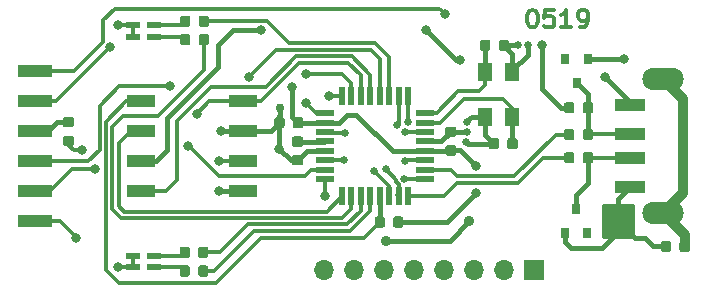
<source format=gbr>
G04 #@! TF.GenerationSoftware,KiCad,Pcbnew,(5.0.0-3-g5ebb6b6)*
G04 #@! TF.CreationDate,2019-02-08T12:04:07-05:00*
G04 #@! TF.ProjectId,ROCKETasp,524F434B45546173702E6B696361645F,2.0*
G04 #@! TF.SameCoordinates,Original*
G04 #@! TF.FileFunction,Copper,L1,Top,Signal*
G04 #@! TF.FilePolarity,Positive*
%FSLAX46Y46*%
G04 Gerber Fmt 4.6, Leading zero omitted, Abs format (unit mm)*
G04 Created by KiCad (PCBNEW (5.0.0-3-g5ebb6b6)) date Friday, February 08, 2019 at 12:04:07 PM*
%MOMM*%
%LPD*%
G01*
G04 APERTURE LIST*
G04 #@! TA.AperFunction,NonConductor*
%ADD10C,0.300000*%
G04 #@! TD*
G04 #@! TA.AperFunction,SMDPad,CuDef*
%ADD11R,1.200000X0.600000*%
G04 #@! TD*
G04 #@! TA.AperFunction,Conductor*
%ADD12C,0.100000*%
G04 #@! TD*
G04 #@! TA.AperFunction,SMDPad,CuDef*
%ADD13C,0.875000*%
G04 #@! TD*
G04 #@! TA.AperFunction,SMDPad,CuDef*
%ADD14R,0.800000X0.900000*%
G04 #@! TD*
G04 #@! TA.AperFunction,SMDPad,CuDef*
%ADD15R,2.500000X1.100000*%
G04 #@! TD*
G04 #@! TA.AperFunction,ComponentPad*
%ADD16O,3.500000X1.900000*%
G04 #@! TD*
G04 #@! TA.AperFunction,ComponentPad*
%ADD17R,1.700000X1.700000*%
G04 #@! TD*
G04 #@! TA.AperFunction,ComponentPad*
%ADD18O,1.700000X1.700000*%
G04 #@! TD*
G04 #@! TA.AperFunction,SMDPad,CuDef*
%ADD19R,3.000000X1.000000*%
G04 #@! TD*
G04 #@! TA.AperFunction,SMDPad,CuDef*
%ADD20R,2.440000X1.120000*%
G04 #@! TD*
G04 #@! TA.AperFunction,SMDPad,CuDef*
%ADD21R,1.600000X0.550000*%
G04 #@! TD*
G04 #@! TA.AperFunction,SMDPad,CuDef*
%ADD22R,0.550000X1.600000*%
G04 #@! TD*
G04 #@! TA.AperFunction,SMDPad,CuDef*
%ADD23R,1.300000X1.600000*%
G04 #@! TD*
G04 #@! TA.AperFunction,ViaPad*
%ADD24C,0.762000*%
G04 #@! TD*
G04 #@! TA.AperFunction,ViaPad*
%ADD25C,0.635000*%
G04 #@! TD*
G04 #@! TA.AperFunction,ViaPad*
%ADD26C,0.812800*%
G04 #@! TD*
G04 #@! TA.AperFunction,ViaPad*
%ADD27C,0.889000*%
G04 #@! TD*
G04 #@! TA.AperFunction,Conductor*
%ADD28C,0.457200*%
G04 #@! TD*
G04 #@! TA.AperFunction,Conductor*
%ADD29C,0.304800*%
G04 #@! TD*
G04 #@! TA.AperFunction,Conductor*
%ADD30C,0.812800*%
G04 #@! TD*
G04 #@! TA.AperFunction,Conductor*
%ADD31C,0.254000*%
G04 #@! TD*
G04 APERTURE END LIST*
D10*
X159837714Y-86198971D02*
X159980571Y-86198971D01*
X160123428Y-86270400D01*
X160194857Y-86341828D01*
X160266285Y-86484685D01*
X160337714Y-86770400D01*
X160337714Y-87127542D01*
X160266285Y-87413257D01*
X160194857Y-87556114D01*
X160123428Y-87627542D01*
X159980571Y-87698971D01*
X159837714Y-87698971D01*
X159694857Y-87627542D01*
X159623428Y-87556114D01*
X159552000Y-87413257D01*
X159480571Y-87127542D01*
X159480571Y-86770400D01*
X159552000Y-86484685D01*
X159623428Y-86341828D01*
X159694857Y-86270400D01*
X159837714Y-86198971D01*
X161694857Y-86198971D02*
X160980571Y-86198971D01*
X160909142Y-86913257D01*
X160980571Y-86841828D01*
X161123428Y-86770400D01*
X161480571Y-86770400D01*
X161623428Y-86841828D01*
X161694857Y-86913257D01*
X161766285Y-87056114D01*
X161766285Y-87413257D01*
X161694857Y-87556114D01*
X161623428Y-87627542D01*
X161480571Y-87698971D01*
X161123428Y-87698971D01*
X160980571Y-87627542D01*
X160909142Y-87556114D01*
X163194857Y-87698971D02*
X162337714Y-87698971D01*
X162766285Y-87698971D02*
X162766285Y-86198971D01*
X162623428Y-86413257D01*
X162480571Y-86556114D01*
X162337714Y-86627542D01*
X163909142Y-87698971D02*
X164194857Y-87698971D01*
X164337714Y-87627542D01*
X164409142Y-87556114D01*
X164552000Y-87341828D01*
X164623428Y-87056114D01*
X164623428Y-86484685D01*
X164552000Y-86341828D01*
X164480571Y-86270400D01*
X164337714Y-86198971D01*
X164052000Y-86198971D01*
X163909142Y-86270400D01*
X163837714Y-86341828D01*
X163766285Y-86484685D01*
X163766285Y-86841828D01*
X163837714Y-86984685D01*
X163909142Y-87056114D01*
X164052000Y-87127542D01*
X164337714Y-87127542D01*
X164480571Y-87056114D01*
X164552000Y-86984685D01*
X164623428Y-86841828D01*
D11*
G04 #@! TO.P,D2,1*
G04 #@! TO.N,Net-(D2-Pad1)*
X127900000Y-107025000D03*
G04 #@! TO.P,D2,2*
G04 #@! TO.N,GND*
X126100000Y-107025000D03*
G04 #@! TO.P,D2,3*
X126100000Y-107975000D03*
G04 #@! TO.P,D2,4*
G04 #@! TO.N,Net-(D2-Pad4)*
X127900000Y-107975000D03*
G04 #@! TD*
D12*
G04 #@! TO.N,GND*
G04 #@! TO.C,C1*
G36*
X156881891Y-97062053D02*
X156903126Y-97065203D01*
X156923950Y-97070419D01*
X156944162Y-97077651D01*
X156963568Y-97086830D01*
X156981981Y-97097866D01*
X156999224Y-97110654D01*
X157015130Y-97125070D01*
X157029546Y-97140976D01*
X157042334Y-97158219D01*
X157053370Y-97176632D01*
X157062549Y-97196038D01*
X157069781Y-97216250D01*
X157074997Y-97237074D01*
X157078147Y-97258309D01*
X157079200Y-97279750D01*
X157079200Y-97792250D01*
X157078147Y-97813691D01*
X157074997Y-97834926D01*
X157069781Y-97855750D01*
X157062549Y-97875962D01*
X157053370Y-97895368D01*
X157042334Y-97913781D01*
X157029546Y-97931024D01*
X157015130Y-97946930D01*
X156999224Y-97961346D01*
X156981981Y-97974134D01*
X156963568Y-97985170D01*
X156944162Y-97994349D01*
X156923950Y-98001581D01*
X156903126Y-98006797D01*
X156881891Y-98009947D01*
X156860450Y-98011000D01*
X156422950Y-98011000D01*
X156401509Y-98009947D01*
X156380274Y-98006797D01*
X156359450Y-98001581D01*
X156339238Y-97994349D01*
X156319832Y-97985170D01*
X156301419Y-97974134D01*
X156284176Y-97961346D01*
X156268270Y-97946930D01*
X156253854Y-97931024D01*
X156241066Y-97913781D01*
X156230030Y-97895368D01*
X156220851Y-97875962D01*
X156213619Y-97855750D01*
X156208403Y-97834926D01*
X156205253Y-97813691D01*
X156204200Y-97792250D01*
X156204200Y-97279750D01*
X156205253Y-97258309D01*
X156208403Y-97237074D01*
X156213619Y-97216250D01*
X156220851Y-97196038D01*
X156230030Y-97176632D01*
X156241066Y-97158219D01*
X156253854Y-97140976D01*
X156268270Y-97125070D01*
X156284176Y-97110654D01*
X156301419Y-97097866D01*
X156319832Y-97086830D01*
X156339238Y-97077651D01*
X156359450Y-97070419D01*
X156380274Y-97065203D01*
X156401509Y-97062053D01*
X156422950Y-97061000D01*
X156860450Y-97061000D01*
X156881891Y-97062053D01*
X156881891Y-97062053D01*
G37*
D13*
G04 #@! TD*
G04 #@! TO.P,C1,2*
G04 #@! TO.N,GND*
X156641700Y-97536000D03*
D12*
G04 #@! TO.N,Net-(C1-Pad1)*
G04 #@! TO.C,C1*
G36*
X158456891Y-97062053D02*
X158478126Y-97065203D01*
X158498950Y-97070419D01*
X158519162Y-97077651D01*
X158538568Y-97086830D01*
X158556981Y-97097866D01*
X158574224Y-97110654D01*
X158590130Y-97125070D01*
X158604546Y-97140976D01*
X158617334Y-97158219D01*
X158628370Y-97176632D01*
X158637549Y-97196038D01*
X158644781Y-97216250D01*
X158649997Y-97237074D01*
X158653147Y-97258309D01*
X158654200Y-97279750D01*
X158654200Y-97792250D01*
X158653147Y-97813691D01*
X158649997Y-97834926D01*
X158644781Y-97855750D01*
X158637549Y-97875962D01*
X158628370Y-97895368D01*
X158617334Y-97913781D01*
X158604546Y-97931024D01*
X158590130Y-97946930D01*
X158574224Y-97961346D01*
X158556981Y-97974134D01*
X158538568Y-97985170D01*
X158519162Y-97994349D01*
X158498950Y-98001581D01*
X158478126Y-98006797D01*
X158456891Y-98009947D01*
X158435450Y-98011000D01*
X157997950Y-98011000D01*
X157976509Y-98009947D01*
X157955274Y-98006797D01*
X157934450Y-98001581D01*
X157914238Y-97994349D01*
X157894832Y-97985170D01*
X157876419Y-97974134D01*
X157859176Y-97961346D01*
X157843270Y-97946930D01*
X157828854Y-97931024D01*
X157816066Y-97913781D01*
X157805030Y-97895368D01*
X157795851Y-97875962D01*
X157788619Y-97855750D01*
X157783403Y-97834926D01*
X157780253Y-97813691D01*
X157779200Y-97792250D01*
X157779200Y-97279750D01*
X157780253Y-97258309D01*
X157783403Y-97237074D01*
X157788619Y-97216250D01*
X157795851Y-97196038D01*
X157805030Y-97176632D01*
X157816066Y-97158219D01*
X157828854Y-97140976D01*
X157843270Y-97125070D01*
X157859176Y-97110654D01*
X157876419Y-97097866D01*
X157894832Y-97086830D01*
X157914238Y-97077651D01*
X157934450Y-97070419D01*
X157955274Y-97065203D01*
X157976509Y-97062053D01*
X157997950Y-97061000D01*
X158435450Y-97061000D01*
X158456891Y-97062053D01*
X158456891Y-97062053D01*
G37*
D13*
G04 #@! TD*
G04 #@! TO.P,C1,1*
G04 #@! TO.N,Net-(C1-Pad1)*
X158216700Y-97536000D03*
D12*
G04 #@! TO.N,GND*
G04 #@! TO.C,C2*
G36*
X157732991Y-88730853D02*
X157754226Y-88734003D01*
X157775050Y-88739219D01*
X157795262Y-88746451D01*
X157814668Y-88755630D01*
X157833081Y-88766666D01*
X157850324Y-88779454D01*
X157866230Y-88793870D01*
X157880646Y-88809776D01*
X157893434Y-88827019D01*
X157904470Y-88845432D01*
X157913649Y-88864838D01*
X157920881Y-88885050D01*
X157926097Y-88905874D01*
X157929247Y-88927109D01*
X157930300Y-88948550D01*
X157930300Y-89461050D01*
X157929247Y-89482491D01*
X157926097Y-89503726D01*
X157920881Y-89524550D01*
X157913649Y-89544762D01*
X157904470Y-89564168D01*
X157893434Y-89582581D01*
X157880646Y-89599824D01*
X157866230Y-89615730D01*
X157850324Y-89630146D01*
X157833081Y-89642934D01*
X157814668Y-89653970D01*
X157795262Y-89663149D01*
X157775050Y-89670381D01*
X157754226Y-89675597D01*
X157732991Y-89678747D01*
X157711550Y-89679800D01*
X157274050Y-89679800D01*
X157252609Y-89678747D01*
X157231374Y-89675597D01*
X157210550Y-89670381D01*
X157190338Y-89663149D01*
X157170932Y-89653970D01*
X157152519Y-89642934D01*
X157135276Y-89630146D01*
X157119370Y-89615730D01*
X157104954Y-89599824D01*
X157092166Y-89582581D01*
X157081130Y-89564168D01*
X157071951Y-89544762D01*
X157064719Y-89524550D01*
X157059503Y-89503726D01*
X157056353Y-89482491D01*
X157055300Y-89461050D01*
X157055300Y-88948550D01*
X157056353Y-88927109D01*
X157059503Y-88905874D01*
X157064719Y-88885050D01*
X157071951Y-88864838D01*
X157081130Y-88845432D01*
X157092166Y-88827019D01*
X157104954Y-88809776D01*
X157119370Y-88793870D01*
X157135276Y-88779454D01*
X157152519Y-88766666D01*
X157170932Y-88755630D01*
X157190338Y-88746451D01*
X157210550Y-88739219D01*
X157231374Y-88734003D01*
X157252609Y-88730853D01*
X157274050Y-88729800D01*
X157711550Y-88729800D01*
X157732991Y-88730853D01*
X157732991Y-88730853D01*
G37*
D13*
G04 #@! TD*
G04 #@! TO.P,C2,2*
G04 #@! TO.N,GND*
X157492800Y-89204800D03*
D12*
G04 #@! TO.N,Net-(C2-Pad1)*
G04 #@! TO.C,C2*
G36*
X156157991Y-88730853D02*
X156179226Y-88734003D01*
X156200050Y-88739219D01*
X156220262Y-88746451D01*
X156239668Y-88755630D01*
X156258081Y-88766666D01*
X156275324Y-88779454D01*
X156291230Y-88793870D01*
X156305646Y-88809776D01*
X156318434Y-88827019D01*
X156329470Y-88845432D01*
X156338649Y-88864838D01*
X156345881Y-88885050D01*
X156351097Y-88905874D01*
X156354247Y-88927109D01*
X156355300Y-88948550D01*
X156355300Y-89461050D01*
X156354247Y-89482491D01*
X156351097Y-89503726D01*
X156345881Y-89524550D01*
X156338649Y-89544762D01*
X156329470Y-89564168D01*
X156318434Y-89582581D01*
X156305646Y-89599824D01*
X156291230Y-89615730D01*
X156275324Y-89630146D01*
X156258081Y-89642934D01*
X156239668Y-89653970D01*
X156220262Y-89663149D01*
X156200050Y-89670381D01*
X156179226Y-89675597D01*
X156157991Y-89678747D01*
X156136550Y-89679800D01*
X155699050Y-89679800D01*
X155677609Y-89678747D01*
X155656374Y-89675597D01*
X155635550Y-89670381D01*
X155615338Y-89663149D01*
X155595932Y-89653970D01*
X155577519Y-89642934D01*
X155560276Y-89630146D01*
X155544370Y-89615730D01*
X155529954Y-89599824D01*
X155517166Y-89582581D01*
X155506130Y-89564168D01*
X155496951Y-89544762D01*
X155489719Y-89524550D01*
X155484503Y-89503726D01*
X155481353Y-89482491D01*
X155480300Y-89461050D01*
X155480300Y-88948550D01*
X155481353Y-88927109D01*
X155484503Y-88905874D01*
X155489719Y-88885050D01*
X155496951Y-88864838D01*
X155506130Y-88845432D01*
X155517166Y-88827019D01*
X155529954Y-88809776D01*
X155544370Y-88793870D01*
X155560276Y-88779454D01*
X155577519Y-88766666D01*
X155595932Y-88755630D01*
X155615338Y-88746451D01*
X155635550Y-88739219D01*
X155656374Y-88734003D01*
X155677609Y-88730853D01*
X155699050Y-88729800D01*
X156136550Y-88729800D01*
X156157991Y-88730853D01*
X156157991Y-88730853D01*
G37*
D13*
G04 #@! TD*
G04 #@! TO.P,C2,1*
G04 #@! TO.N,Net-(C2-Pad1)*
X155917800Y-89204800D03*
D12*
G04 #@! TO.N,GND*
G04 #@! TO.C,C4*
G36*
X153274591Y-96108853D02*
X153295826Y-96112003D01*
X153316650Y-96117219D01*
X153336862Y-96124451D01*
X153356268Y-96133630D01*
X153374681Y-96144666D01*
X153391924Y-96157454D01*
X153407830Y-96171870D01*
X153422246Y-96187776D01*
X153435034Y-96205019D01*
X153446070Y-96223432D01*
X153455249Y-96242838D01*
X153462481Y-96263050D01*
X153467697Y-96283874D01*
X153470847Y-96305109D01*
X153471900Y-96326550D01*
X153471900Y-96764050D01*
X153470847Y-96785491D01*
X153467697Y-96806726D01*
X153462481Y-96827550D01*
X153455249Y-96847762D01*
X153446070Y-96867168D01*
X153435034Y-96885581D01*
X153422246Y-96902824D01*
X153407830Y-96918730D01*
X153391924Y-96933146D01*
X153374681Y-96945934D01*
X153356268Y-96956970D01*
X153336862Y-96966149D01*
X153316650Y-96973381D01*
X153295826Y-96978597D01*
X153274591Y-96981747D01*
X153253150Y-96982800D01*
X152740650Y-96982800D01*
X152719209Y-96981747D01*
X152697974Y-96978597D01*
X152677150Y-96973381D01*
X152656938Y-96966149D01*
X152637532Y-96956970D01*
X152619119Y-96945934D01*
X152601876Y-96933146D01*
X152585970Y-96918730D01*
X152571554Y-96902824D01*
X152558766Y-96885581D01*
X152547730Y-96867168D01*
X152538551Y-96847762D01*
X152531319Y-96827550D01*
X152526103Y-96806726D01*
X152522953Y-96785491D01*
X152521900Y-96764050D01*
X152521900Y-96326550D01*
X152522953Y-96305109D01*
X152526103Y-96283874D01*
X152531319Y-96263050D01*
X152538551Y-96242838D01*
X152547730Y-96223432D01*
X152558766Y-96205019D01*
X152571554Y-96187776D01*
X152585970Y-96171870D01*
X152601876Y-96157454D01*
X152619119Y-96144666D01*
X152637532Y-96133630D01*
X152656938Y-96124451D01*
X152677150Y-96117219D01*
X152697974Y-96112003D01*
X152719209Y-96108853D01*
X152740650Y-96107800D01*
X153253150Y-96107800D01*
X153274591Y-96108853D01*
X153274591Y-96108853D01*
G37*
D13*
G04 #@! TD*
G04 #@! TO.P,C4,1*
G04 #@! TO.N,GND*
X152996900Y-96545300D03*
D12*
G04 #@! TO.N,VCC*
G04 #@! TO.C,C4*
G36*
X153274591Y-97683853D02*
X153295826Y-97687003D01*
X153316650Y-97692219D01*
X153336862Y-97699451D01*
X153356268Y-97708630D01*
X153374681Y-97719666D01*
X153391924Y-97732454D01*
X153407830Y-97746870D01*
X153422246Y-97762776D01*
X153435034Y-97780019D01*
X153446070Y-97798432D01*
X153455249Y-97817838D01*
X153462481Y-97838050D01*
X153467697Y-97858874D01*
X153470847Y-97880109D01*
X153471900Y-97901550D01*
X153471900Y-98339050D01*
X153470847Y-98360491D01*
X153467697Y-98381726D01*
X153462481Y-98402550D01*
X153455249Y-98422762D01*
X153446070Y-98442168D01*
X153435034Y-98460581D01*
X153422246Y-98477824D01*
X153407830Y-98493730D01*
X153391924Y-98508146D01*
X153374681Y-98520934D01*
X153356268Y-98531970D01*
X153336862Y-98541149D01*
X153316650Y-98548381D01*
X153295826Y-98553597D01*
X153274591Y-98556747D01*
X153253150Y-98557800D01*
X152740650Y-98557800D01*
X152719209Y-98556747D01*
X152697974Y-98553597D01*
X152677150Y-98548381D01*
X152656938Y-98541149D01*
X152637532Y-98531970D01*
X152619119Y-98520934D01*
X152601876Y-98508146D01*
X152585970Y-98493730D01*
X152571554Y-98477824D01*
X152558766Y-98460581D01*
X152547730Y-98442168D01*
X152538551Y-98422762D01*
X152531319Y-98402550D01*
X152526103Y-98381726D01*
X152522953Y-98360491D01*
X152521900Y-98339050D01*
X152521900Y-97901550D01*
X152522953Y-97880109D01*
X152526103Y-97858874D01*
X152531319Y-97838050D01*
X152538551Y-97817838D01*
X152547730Y-97798432D01*
X152558766Y-97780019D01*
X152571554Y-97762776D01*
X152585970Y-97746870D01*
X152601876Y-97732454D01*
X152619119Y-97719666D01*
X152637532Y-97708630D01*
X152656938Y-97699451D01*
X152677150Y-97692219D01*
X152697974Y-97687003D01*
X152719209Y-97683853D01*
X152740650Y-97682800D01*
X153253150Y-97682800D01*
X153274591Y-97683853D01*
X153274591Y-97683853D01*
G37*
D13*
G04 #@! TD*
G04 #@! TO.P,C4,2*
G04 #@! TO.N,VCC*
X152996900Y-98120300D03*
D12*
G04 #@! TO.N,VCC*
G04 #@! TO.C,C5*
G36*
X140295891Y-95296753D02*
X140317126Y-95299903D01*
X140337950Y-95305119D01*
X140358162Y-95312351D01*
X140377568Y-95321530D01*
X140395981Y-95332566D01*
X140413224Y-95345354D01*
X140429130Y-95359770D01*
X140443546Y-95375676D01*
X140456334Y-95392919D01*
X140467370Y-95411332D01*
X140476549Y-95430738D01*
X140483781Y-95450950D01*
X140488997Y-95471774D01*
X140492147Y-95493009D01*
X140493200Y-95514450D01*
X140493200Y-96026950D01*
X140492147Y-96048391D01*
X140488997Y-96069626D01*
X140483781Y-96090450D01*
X140476549Y-96110662D01*
X140467370Y-96130068D01*
X140456334Y-96148481D01*
X140443546Y-96165724D01*
X140429130Y-96181630D01*
X140413224Y-96196046D01*
X140395981Y-96208834D01*
X140377568Y-96219870D01*
X140358162Y-96229049D01*
X140337950Y-96236281D01*
X140317126Y-96241497D01*
X140295891Y-96244647D01*
X140274450Y-96245700D01*
X139836950Y-96245700D01*
X139815509Y-96244647D01*
X139794274Y-96241497D01*
X139773450Y-96236281D01*
X139753238Y-96229049D01*
X139733832Y-96219870D01*
X139715419Y-96208834D01*
X139698176Y-96196046D01*
X139682270Y-96181630D01*
X139667854Y-96165724D01*
X139655066Y-96148481D01*
X139644030Y-96130068D01*
X139634851Y-96110662D01*
X139627619Y-96090450D01*
X139622403Y-96069626D01*
X139619253Y-96048391D01*
X139618200Y-96026950D01*
X139618200Y-95514450D01*
X139619253Y-95493009D01*
X139622403Y-95471774D01*
X139627619Y-95450950D01*
X139634851Y-95430738D01*
X139644030Y-95411332D01*
X139655066Y-95392919D01*
X139667854Y-95375676D01*
X139682270Y-95359770D01*
X139698176Y-95345354D01*
X139715419Y-95332566D01*
X139733832Y-95321530D01*
X139753238Y-95312351D01*
X139773450Y-95305119D01*
X139794274Y-95299903D01*
X139815509Y-95296753D01*
X139836950Y-95295700D01*
X140274450Y-95295700D01*
X140295891Y-95296753D01*
X140295891Y-95296753D01*
G37*
D13*
G04 #@! TD*
G04 #@! TO.P,C5,2*
G04 #@! TO.N,VCC*
X140055700Y-95770700D03*
D12*
G04 #@! TO.N,GND*
G04 #@! TO.C,C5*
G36*
X138720891Y-95296753D02*
X138742126Y-95299903D01*
X138762950Y-95305119D01*
X138783162Y-95312351D01*
X138802568Y-95321530D01*
X138820981Y-95332566D01*
X138838224Y-95345354D01*
X138854130Y-95359770D01*
X138868546Y-95375676D01*
X138881334Y-95392919D01*
X138892370Y-95411332D01*
X138901549Y-95430738D01*
X138908781Y-95450950D01*
X138913997Y-95471774D01*
X138917147Y-95493009D01*
X138918200Y-95514450D01*
X138918200Y-96026950D01*
X138917147Y-96048391D01*
X138913997Y-96069626D01*
X138908781Y-96090450D01*
X138901549Y-96110662D01*
X138892370Y-96130068D01*
X138881334Y-96148481D01*
X138868546Y-96165724D01*
X138854130Y-96181630D01*
X138838224Y-96196046D01*
X138820981Y-96208834D01*
X138802568Y-96219870D01*
X138783162Y-96229049D01*
X138762950Y-96236281D01*
X138742126Y-96241497D01*
X138720891Y-96244647D01*
X138699450Y-96245700D01*
X138261950Y-96245700D01*
X138240509Y-96244647D01*
X138219274Y-96241497D01*
X138198450Y-96236281D01*
X138178238Y-96229049D01*
X138158832Y-96219870D01*
X138140419Y-96208834D01*
X138123176Y-96196046D01*
X138107270Y-96181630D01*
X138092854Y-96165724D01*
X138080066Y-96148481D01*
X138069030Y-96130068D01*
X138059851Y-96110662D01*
X138052619Y-96090450D01*
X138047403Y-96069626D01*
X138044253Y-96048391D01*
X138043200Y-96026950D01*
X138043200Y-95514450D01*
X138044253Y-95493009D01*
X138047403Y-95471774D01*
X138052619Y-95450950D01*
X138059851Y-95430738D01*
X138069030Y-95411332D01*
X138080066Y-95392919D01*
X138092854Y-95375676D01*
X138107270Y-95359770D01*
X138123176Y-95345354D01*
X138140419Y-95332566D01*
X138158832Y-95321530D01*
X138178238Y-95312351D01*
X138198450Y-95305119D01*
X138219274Y-95299903D01*
X138240509Y-95296753D01*
X138261950Y-95295700D01*
X138699450Y-95295700D01*
X138720891Y-95296753D01*
X138720891Y-95296753D01*
G37*
D13*
G04 #@! TD*
G04 #@! TO.P,C5,1*
G04 #@! TO.N,GND*
X138480700Y-95770700D03*
D12*
G04 #@! TO.N,GND*
G04 #@! TO.C,C6*
G36*
X140295191Y-98509353D02*
X140316426Y-98512503D01*
X140337250Y-98517719D01*
X140357462Y-98524951D01*
X140376868Y-98534130D01*
X140395281Y-98545166D01*
X140412524Y-98557954D01*
X140428430Y-98572370D01*
X140442846Y-98588276D01*
X140455634Y-98605519D01*
X140466670Y-98623932D01*
X140475849Y-98643338D01*
X140483081Y-98663550D01*
X140488297Y-98684374D01*
X140491447Y-98705609D01*
X140492500Y-98727050D01*
X140492500Y-99164550D01*
X140491447Y-99185991D01*
X140488297Y-99207226D01*
X140483081Y-99228050D01*
X140475849Y-99248262D01*
X140466670Y-99267668D01*
X140455634Y-99286081D01*
X140442846Y-99303324D01*
X140428430Y-99319230D01*
X140412524Y-99333646D01*
X140395281Y-99346434D01*
X140376868Y-99357470D01*
X140357462Y-99366649D01*
X140337250Y-99373881D01*
X140316426Y-99379097D01*
X140295191Y-99382247D01*
X140273750Y-99383300D01*
X139761250Y-99383300D01*
X139739809Y-99382247D01*
X139718574Y-99379097D01*
X139697750Y-99373881D01*
X139677538Y-99366649D01*
X139658132Y-99357470D01*
X139639719Y-99346434D01*
X139622476Y-99333646D01*
X139606570Y-99319230D01*
X139592154Y-99303324D01*
X139579366Y-99286081D01*
X139568330Y-99267668D01*
X139559151Y-99248262D01*
X139551919Y-99228050D01*
X139546703Y-99207226D01*
X139543553Y-99185991D01*
X139542500Y-99164550D01*
X139542500Y-98727050D01*
X139543553Y-98705609D01*
X139546703Y-98684374D01*
X139551919Y-98663550D01*
X139559151Y-98643338D01*
X139568330Y-98623932D01*
X139579366Y-98605519D01*
X139592154Y-98588276D01*
X139606570Y-98572370D01*
X139622476Y-98557954D01*
X139639719Y-98545166D01*
X139658132Y-98534130D01*
X139677538Y-98524951D01*
X139697750Y-98517719D01*
X139718574Y-98512503D01*
X139739809Y-98509353D01*
X139761250Y-98508300D01*
X140273750Y-98508300D01*
X140295191Y-98509353D01*
X140295191Y-98509353D01*
G37*
D13*
G04 #@! TD*
G04 #@! TO.P,C6,1*
G04 #@! TO.N,GND*
X140017500Y-98945800D03*
D12*
G04 #@! TO.N,Net-(C6-Pad2)*
G04 #@! TO.C,C6*
G36*
X140295191Y-96934353D02*
X140316426Y-96937503D01*
X140337250Y-96942719D01*
X140357462Y-96949951D01*
X140376868Y-96959130D01*
X140395281Y-96970166D01*
X140412524Y-96982954D01*
X140428430Y-96997370D01*
X140442846Y-97013276D01*
X140455634Y-97030519D01*
X140466670Y-97048932D01*
X140475849Y-97068338D01*
X140483081Y-97088550D01*
X140488297Y-97109374D01*
X140491447Y-97130609D01*
X140492500Y-97152050D01*
X140492500Y-97589550D01*
X140491447Y-97610991D01*
X140488297Y-97632226D01*
X140483081Y-97653050D01*
X140475849Y-97673262D01*
X140466670Y-97692668D01*
X140455634Y-97711081D01*
X140442846Y-97728324D01*
X140428430Y-97744230D01*
X140412524Y-97758646D01*
X140395281Y-97771434D01*
X140376868Y-97782470D01*
X140357462Y-97791649D01*
X140337250Y-97798881D01*
X140316426Y-97804097D01*
X140295191Y-97807247D01*
X140273750Y-97808300D01*
X139761250Y-97808300D01*
X139739809Y-97807247D01*
X139718574Y-97804097D01*
X139697750Y-97798881D01*
X139677538Y-97791649D01*
X139658132Y-97782470D01*
X139639719Y-97771434D01*
X139622476Y-97758646D01*
X139606570Y-97744230D01*
X139592154Y-97728324D01*
X139579366Y-97711081D01*
X139568330Y-97692668D01*
X139559151Y-97673262D01*
X139551919Y-97653050D01*
X139546703Y-97632226D01*
X139543553Y-97610991D01*
X139542500Y-97589550D01*
X139542500Y-97152050D01*
X139543553Y-97130609D01*
X139546703Y-97109374D01*
X139551919Y-97088550D01*
X139559151Y-97068338D01*
X139568330Y-97048932D01*
X139579366Y-97030519D01*
X139592154Y-97013276D01*
X139606570Y-96997370D01*
X139622476Y-96982954D01*
X139639719Y-96970166D01*
X139658132Y-96959130D01*
X139677538Y-96949951D01*
X139697750Y-96942719D01*
X139718574Y-96937503D01*
X139739809Y-96934353D01*
X139761250Y-96933300D01*
X140273750Y-96933300D01*
X140295191Y-96934353D01*
X140295191Y-96934353D01*
G37*
D13*
G04 #@! TD*
G04 #@! TO.P,C6,2*
G04 #@! TO.N,Net-(C6-Pad2)*
X140017500Y-97370800D03*
D11*
G04 #@! TO.P,D1,4*
G04 #@! TO.N,Net-(D1-Pad4)*
X127900000Y-88475000D03*
G04 #@! TO.P,D1,3*
G04 #@! TO.N,GND*
X126100000Y-88475000D03*
G04 #@! TO.P,D1,2*
X126100000Y-87525000D03*
G04 #@! TO.P,D1,1*
G04 #@! TO.N,Net-(D1-Pad1)*
X127900000Y-87525000D03*
G04 #@! TD*
D14*
G04 #@! TO.P,D3,3*
G04 #@! TO.N,/D-*
X163639500Y-92401900D03*
G04 #@! TO.P,D3,2*
G04 #@! TO.N,Net-(D3-Pad2)*
X162689500Y-90401900D03*
G04 #@! TO.P,D3,1*
G04 #@! TO.N,GND*
X164589500Y-90401900D03*
G04 #@! TD*
G04 #@! TO.P,D4,1*
G04 #@! TO.N,GND*
X162626000Y-105076500D03*
G04 #@! TO.P,D4,2*
G04 #@! TO.N,Net-(D4-Pad2)*
X164526000Y-105076500D03*
G04 #@! TO.P,D4,3*
G04 #@! TO.N,/D+*
X163576000Y-103076500D03*
G04 #@! TD*
D15*
G04 #@! TO.P,J1,2*
G04 #@! TO.N,/D-*
X168201600Y-96750000D03*
G04 #@! TO.P,J1,3*
G04 #@! TO.N,/D+*
X168201600Y-98750000D03*
G04 #@! TO.P,J1,1*
G04 #@! TO.N,Net-(F1-Pad2)*
X168201600Y-94250000D03*
G04 #@! TO.P,J1,4*
G04 #@! TO.N,GND*
X168201600Y-101250000D03*
D16*
G04 #@! TO.P,J1,5*
G04 #@! TO.N,Net-(J1-Pad5)*
X170951600Y-92050000D03*
X170951600Y-103450000D03*
G04 #@! TD*
D17*
G04 #@! TO.P,J2,1*
G04 #@! TO.N,PD6*
X160000000Y-108250000D03*
D18*
G04 #@! TO.P,J2,2*
G04 #@! TO.N,PD5*
X157460000Y-108250000D03*
G04 #@! TO.P,J2,3*
G04 #@! TO.N,PE1*
X154920000Y-108250000D03*
G04 #@! TO.P,J2,4*
G04 #@! TO.N,PE0*
X152380000Y-108250000D03*
G04 #@! TO.P,J2,5*
G04 #@! TO.N,PD3*
X149840000Y-108250000D03*
G04 #@! TO.P,J2,6*
G04 #@! TO.N,PC1*
X147300000Y-108250000D03*
G04 #@! TO.P,J2,7*
G04 #@! TO.N,PE3*
X144760000Y-108250000D03*
G04 #@! TO.P,J2,8*
G04 #@! TO.N,PE2*
X142220000Y-108250000D03*
G04 #@! TD*
D19*
G04 #@! TO.P,J3,11*
G04 #@! TO.N,TXD*
X117753400Y-91400000D03*
G04 #@! TO.P,J3,9*
G04 #@! TO.N,RXD*
X117753400Y-93940000D03*
G04 #@! TO.P,J3,7*
G04 #@! TO.N,Net-(J3-Pad7)*
X117753400Y-96480000D03*
G04 #@! TO.P,J3,5*
G04 #@! TO.N,RESET*
X117753400Y-99020000D03*
G04 #@! TO.P,J3,3*
G04 #@! TO.N,SCK*
X117753400Y-101560000D03*
G04 #@! TO.P,J3,1*
G04 #@! TO.N,MISO*
X117753400Y-104100000D03*
G04 #@! TD*
D12*
G04 #@! TO.N,Net-(D1-Pad1)*
G04 #@! TO.C,R1*
G36*
X130753491Y-86697753D02*
X130774726Y-86700903D01*
X130795550Y-86706119D01*
X130815762Y-86713351D01*
X130835168Y-86722530D01*
X130853581Y-86733566D01*
X130870824Y-86746354D01*
X130886730Y-86760770D01*
X130901146Y-86776676D01*
X130913934Y-86793919D01*
X130924970Y-86812332D01*
X130934149Y-86831738D01*
X130941381Y-86851950D01*
X130946597Y-86872774D01*
X130949747Y-86894009D01*
X130950800Y-86915450D01*
X130950800Y-87427950D01*
X130949747Y-87449391D01*
X130946597Y-87470626D01*
X130941381Y-87491450D01*
X130934149Y-87511662D01*
X130924970Y-87531068D01*
X130913934Y-87549481D01*
X130901146Y-87566724D01*
X130886730Y-87582630D01*
X130870824Y-87597046D01*
X130853581Y-87609834D01*
X130835168Y-87620870D01*
X130815762Y-87630049D01*
X130795550Y-87637281D01*
X130774726Y-87642497D01*
X130753491Y-87645647D01*
X130732050Y-87646700D01*
X130294550Y-87646700D01*
X130273109Y-87645647D01*
X130251874Y-87642497D01*
X130231050Y-87637281D01*
X130210838Y-87630049D01*
X130191432Y-87620870D01*
X130173019Y-87609834D01*
X130155776Y-87597046D01*
X130139870Y-87582630D01*
X130125454Y-87566724D01*
X130112666Y-87549481D01*
X130101630Y-87531068D01*
X130092451Y-87511662D01*
X130085219Y-87491450D01*
X130080003Y-87470626D01*
X130076853Y-87449391D01*
X130075800Y-87427950D01*
X130075800Y-86915450D01*
X130076853Y-86894009D01*
X130080003Y-86872774D01*
X130085219Y-86851950D01*
X130092451Y-86831738D01*
X130101630Y-86812332D01*
X130112666Y-86793919D01*
X130125454Y-86776676D01*
X130139870Y-86760770D01*
X130155776Y-86746354D01*
X130173019Y-86733566D01*
X130191432Y-86722530D01*
X130210838Y-86713351D01*
X130231050Y-86706119D01*
X130251874Y-86700903D01*
X130273109Y-86697753D01*
X130294550Y-86696700D01*
X130732050Y-86696700D01*
X130753491Y-86697753D01*
X130753491Y-86697753D01*
G37*
D13*
G04 #@! TD*
G04 #@! TO.P,R1,1*
G04 #@! TO.N,Net-(D1-Pad1)*
X130513300Y-87171700D03*
D12*
G04 #@! TO.N,LEDR*
G04 #@! TO.C,R1*
G36*
X132328491Y-86697753D02*
X132349726Y-86700903D01*
X132370550Y-86706119D01*
X132390762Y-86713351D01*
X132410168Y-86722530D01*
X132428581Y-86733566D01*
X132445824Y-86746354D01*
X132461730Y-86760770D01*
X132476146Y-86776676D01*
X132488934Y-86793919D01*
X132499970Y-86812332D01*
X132509149Y-86831738D01*
X132516381Y-86851950D01*
X132521597Y-86872774D01*
X132524747Y-86894009D01*
X132525800Y-86915450D01*
X132525800Y-87427950D01*
X132524747Y-87449391D01*
X132521597Y-87470626D01*
X132516381Y-87491450D01*
X132509149Y-87511662D01*
X132499970Y-87531068D01*
X132488934Y-87549481D01*
X132476146Y-87566724D01*
X132461730Y-87582630D01*
X132445824Y-87597046D01*
X132428581Y-87609834D01*
X132410168Y-87620870D01*
X132390762Y-87630049D01*
X132370550Y-87637281D01*
X132349726Y-87642497D01*
X132328491Y-87645647D01*
X132307050Y-87646700D01*
X131869550Y-87646700D01*
X131848109Y-87645647D01*
X131826874Y-87642497D01*
X131806050Y-87637281D01*
X131785838Y-87630049D01*
X131766432Y-87620870D01*
X131748019Y-87609834D01*
X131730776Y-87597046D01*
X131714870Y-87582630D01*
X131700454Y-87566724D01*
X131687666Y-87549481D01*
X131676630Y-87531068D01*
X131667451Y-87511662D01*
X131660219Y-87491450D01*
X131655003Y-87470626D01*
X131651853Y-87449391D01*
X131650800Y-87427950D01*
X131650800Y-86915450D01*
X131651853Y-86894009D01*
X131655003Y-86872774D01*
X131660219Y-86851950D01*
X131667451Y-86831738D01*
X131676630Y-86812332D01*
X131687666Y-86793919D01*
X131700454Y-86776676D01*
X131714870Y-86760770D01*
X131730776Y-86746354D01*
X131748019Y-86733566D01*
X131766432Y-86722530D01*
X131785838Y-86713351D01*
X131806050Y-86706119D01*
X131826874Y-86700903D01*
X131848109Y-86697753D01*
X131869550Y-86696700D01*
X132307050Y-86696700D01*
X132328491Y-86697753D01*
X132328491Y-86697753D01*
G37*
D13*
G04 #@! TD*
G04 #@! TO.P,R1,2*
G04 #@! TO.N,LEDR*
X132088300Y-87171700D03*
D12*
G04 #@! TO.N,LEDG*
G04 #@! TO.C,R2*
G36*
X132328491Y-88272553D02*
X132349726Y-88275703D01*
X132370550Y-88280919D01*
X132390762Y-88288151D01*
X132410168Y-88297330D01*
X132428581Y-88308366D01*
X132445824Y-88321154D01*
X132461730Y-88335570D01*
X132476146Y-88351476D01*
X132488934Y-88368719D01*
X132499970Y-88387132D01*
X132509149Y-88406538D01*
X132516381Y-88426750D01*
X132521597Y-88447574D01*
X132524747Y-88468809D01*
X132525800Y-88490250D01*
X132525800Y-89002750D01*
X132524747Y-89024191D01*
X132521597Y-89045426D01*
X132516381Y-89066250D01*
X132509149Y-89086462D01*
X132499970Y-89105868D01*
X132488934Y-89124281D01*
X132476146Y-89141524D01*
X132461730Y-89157430D01*
X132445824Y-89171846D01*
X132428581Y-89184634D01*
X132410168Y-89195670D01*
X132390762Y-89204849D01*
X132370550Y-89212081D01*
X132349726Y-89217297D01*
X132328491Y-89220447D01*
X132307050Y-89221500D01*
X131869550Y-89221500D01*
X131848109Y-89220447D01*
X131826874Y-89217297D01*
X131806050Y-89212081D01*
X131785838Y-89204849D01*
X131766432Y-89195670D01*
X131748019Y-89184634D01*
X131730776Y-89171846D01*
X131714870Y-89157430D01*
X131700454Y-89141524D01*
X131687666Y-89124281D01*
X131676630Y-89105868D01*
X131667451Y-89086462D01*
X131660219Y-89066250D01*
X131655003Y-89045426D01*
X131651853Y-89024191D01*
X131650800Y-89002750D01*
X131650800Y-88490250D01*
X131651853Y-88468809D01*
X131655003Y-88447574D01*
X131660219Y-88426750D01*
X131667451Y-88406538D01*
X131676630Y-88387132D01*
X131687666Y-88368719D01*
X131700454Y-88351476D01*
X131714870Y-88335570D01*
X131730776Y-88321154D01*
X131748019Y-88308366D01*
X131766432Y-88297330D01*
X131785838Y-88288151D01*
X131806050Y-88280919D01*
X131826874Y-88275703D01*
X131848109Y-88272553D01*
X131869550Y-88271500D01*
X132307050Y-88271500D01*
X132328491Y-88272553D01*
X132328491Y-88272553D01*
G37*
D13*
G04 #@! TD*
G04 #@! TO.P,R2,2*
G04 #@! TO.N,LEDG*
X132088300Y-88746500D03*
D12*
G04 #@! TO.N,Net-(D1-Pad4)*
G04 #@! TO.C,R2*
G36*
X130753491Y-88272553D02*
X130774726Y-88275703D01*
X130795550Y-88280919D01*
X130815762Y-88288151D01*
X130835168Y-88297330D01*
X130853581Y-88308366D01*
X130870824Y-88321154D01*
X130886730Y-88335570D01*
X130901146Y-88351476D01*
X130913934Y-88368719D01*
X130924970Y-88387132D01*
X130934149Y-88406538D01*
X130941381Y-88426750D01*
X130946597Y-88447574D01*
X130949747Y-88468809D01*
X130950800Y-88490250D01*
X130950800Y-89002750D01*
X130949747Y-89024191D01*
X130946597Y-89045426D01*
X130941381Y-89066250D01*
X130934149Y-89086462D01*
X130924970Y-89105868D01*
X130913934Y-89124281D01*
X130901146Y-89141524D01*
X130886730Y-89157430D01*
X130870824Y-89171846D01*
X130853581Y-89184634D01*
X130835168Y-89195670D01*
X130815762Y-89204849D01*
X130795550Y-89212081D01*
X130774726Y-89217297D01*
X130753491Y-89220447D01*
X130732050Y-89221500D01*
X130294550Y-89221500D01*
X130273109Y-89220447D01*
X130251874Y-89217297D01*
X130231050Y-89212081D01*
X130210838Y-89204849D01*
X130191432Y-89195670D01*
X130173019Y-89184634D01*
X130155776Y-89171846D01*
X130139870Y-89157430D01*
X130125454Y-89141524D01*
X130112666Y-89124281D01*
X130101630Y-89105868D01*
X130092451Y-89086462D01*
X130085219Y-89066250D01*
X130080003Y-89045426D01*
X130076853Y-89024191D01*
X130075800Y-89002750D01*
X130075800Y-88490250D01*
X130076853Y-88468809D01*
X130080003Y-88447574D01*
X130085219Y-88426750D01*
X130092451Y-88406538D01*
X130101630Y-88387132D01*
X130112666Y-88368719D01*
X130125454Y-88351476D01*
X130139870Y-88335570D01*
X130155776Y-88321154D01*
X130173019Y-88308366D01*
X130191432Y-88297330D01*
X130210838Y-88288151D01*
X130231050Y-88280919D01*
X130251874Y-88275703D01*
X130273109Y-88272553D01*
X130294550Y-88271500D01*
X130732050Y-88271500D01*
X130753491Y-88272553D01*
X130753491Y-88272553D01*
G37*
D13*
G04 #@! TD*
G04 #@! TO.P,R2,1*
G04 #@! TO.N,Net-(D1-Pad4)*
X130513300Y-88746500D03*
D12*
G04 #@! TO.N,LEDG2*
G04 #@! TO.C,R3*
G36*
X132277691Y-106264053D02*
X132298926Y-106267203D01*
X132319750Y-106272419D01*
X132339962Y-106279651D01*
X132359368Y-106288830D01*
X132377781Y-106299866D01*
X132395024Y-106312654D01*
X132410930Y-106327070D01*
X132425346Y-106342976D01*
X132438134Y-106360219D01*
X132449170Y-106378632D01*
X132458349Y-106398038D01*
X132465581Y-106418250D01*
X132470797Y-106439074D01*
X132473947Y-106460309D01*
X132475000Y-106481750D01*
X132475000Y-106994250D01*
X132473947Y-107015691D01*
X132470797Y-107036926D01*
X132465581Y-107057750D01*
X132458349Y-107077962D01*
X132449170Y-107097368D01*
X132438134Y-107115781D01*
X132425346Y-107133024D01*
X132410930Y-107148930D01*
X132395024Y-107163346D01*
X132377781Y-107176134D01*
X132359368Y-107187170D01*
X132339962Y-107196349D01*
X132319750Y-107203581D01*
X132298926Y-107208797D01*
X132277691Y-107211947D01*
X132256250Y-107213000D01*
X131818750Y-107213000D01*
X131797309Y-107211947D01*
X131776074Y-107208797D01*
X131755250Y-107203581D01*
X131735038Y-107196349D01*
X131715632Y-107187170D01*
X131697219Y-107176134D01*
X131679976Y-107163346D01*
X131664070Y-107148930D01*
X131649654Y-107133024D01*
X131636866Y-107115781D01*
X131625830Y-107097368D01*
X131616651Y-107077962D01*
X131609419Y-107057750D01*
X131604203Y-107036926D01*
X131601053Y-107015691D01*
X131600000Y-106994250D01*
X131600000Y-106481750D01*
X131601053Y-106460309D01*
X131604203Y-106439074D01*
X131609419Y-106418250D01*
X131616651Y-106398038D01*
X131625830Y-106378632D01*
X131636866Y-106360219D01*
X131649654Y-106342976D01*
X131664070Y-106327070D01*
X131679976Y-106312654D01*
X131697219Y-106299866D01*
X131715632Y-106288830D01*
X131735038Y-106279651D01*
X131755250Y-106272419D01*
X131776074Y-106267203D01*
X131797309Y-106264053D01*
X131818750Y-106263000D01*
X132256250Y-106263000D01*
X132277691Y-106264053D01*
X132277691Y-106264053D01*
G37*
D13*
G04 #@! TD*
G04 #@! TO.P,R3,2*
G04 #@! TO.N,LEDG2*
X132037500Y-106738000D03*
D12*
G04 #@! TO.N,Net-(D2-Pad1)*
G04 #@! TO.C,R3*
G36*
X130702691Y-106264053D02*
X130723926Y-106267203D01*
X130744750Y-106272419D01*
X130764962Y-106279651D01*
X130784368Y-106288830D01*
X130802781Y-106299866D01*
X130820024Y-106312654D01*
X130835930Y-106327070D01*
X130850346Y-106342976D01*
X130863134Y-106360219D01*
X130874170Y-106378632D01*
X130883349Y-106398038D01*
X130890581Y-106418250D01*
X130895797Y-106439074D01*
X130898947Y-106460309D01*
X130900000Y-106481750D01*
X130900000Y-106994250D01*
X130898947Y-107015691D01*
X130895797Y-107036926D01*
X130890581Y-107057750D01*
X130883349Y-107077962D01*
X130874170Y-107097368D01*
X130863134Y-107115781D01*
X130850346Y-107133024D01*
X130835930Y-107148930D01*
X130820024Y-107163346D01*
X130802781Y-107176134D01*
X130784368Y-107187170D01*
X130764962Y-107196349D01*
X130744750Y-107203581D01*
X130723926Y-107208797D01*
X130702691Y-107211947D01*
X130681250Y-107213000D01*
X130243750Y-107213000D01*
X130222309Y-107211947D01*
X130201074Y-107208797D01*
X130180250Y-107203581D01*
X130160038Y-107196349D01*
X130140632Y-107187170D01*
X130122219Y-107176134D01*
X130104976Y-107163346D01*
X130089070Y-107148930D01*
X130074654Y-107133024D01*
X130061866Y-107115781D01*
X130050830Y-107097368D01*
X130041651Y-107077962D01*
X130034419Y-107057750D01*
X130029203Y-107036926D01*
X130026053Y-107015691D01*
X130025000Y-106994250D01*
X130025000Y-106481750D01*
X130026053Y-106460309D01*
X130029203Y-106439074D01*
X130034419Y-106418250D01*
X130041651Y-106398038D01*
X130050830Y-106378632D01*
X130061866Y-106360219D01*
X130074654Y-106342976D01*
X130089070Y-106327070D01*
X130104976Y-106312654D01*
X130122219Y-106299866D01*
X130140632Y-106288830D01*
X130160038Y-106279651D01*
X130180250Y-106272419D01*
X130201074Y-106267203D01*
X130222309Y-106264053D01*
X130243750Y-106263000D01*
X130681250Y-106263000D01*
X130702691Y-106264053D01*
X130702691Y-106264053D01*
G37*
D13*
G04 #@! TD*
G04 #@! TO.P,R3,1*
G04 #@! TO.N,Net-(D2-Pad1)*
X130462500Y-106738000D03*
D12*
G04 #@! TO.N,LEDY*
G04 #@! TO.C,R4*
G36*
X132277691Y-107851553D02*
X132298926Y-107854703D01*
X132319750Y-107859919D01*
X132339962Y-107867151D01*
X132359368Y-107876330D01*
X132377781Y-107887366D01*
X132395024Y-107900154D01*
X132410930Y-107914570D01*
X132425346Y-107930476D01*
X132438134Y-107947719D01*
X132449170Y-107966132D01*
X132458349Y-107985538D01*
X132465581Y-108005750D01*
X132470797Y-108026574D01*
X132473947Y-108047809D01*
X132475000Y-108069250D01*
X132475000Y-108581750D01*
X132473947Y-108603191D01*
X132470797Y-108624426D01*
X132465581Y-108645250D01*
X132458349Y-108665462D01*
X132449170Y-108684868D01*
X132438134Y-108703281D01*
X132425346Y-108720524D01*
X132410930Y-108736430D01*
X132395024Y-108750846D01*
X132377781Y-108763634D01*
X132359368Y-108774670D01*
X132339962Y-108783849D01*
X132319750Y-108791081D01*
X132298926Y-108796297D01*
X132277691Y-108799447D01*
X132256250Y-108800500D01*
X131818750Y-108800500D01*
X131797309Y-108799447D01*
X131776074Y-108796297D01*
X131755250Y-108791081D01*
X131735038Y-108783849D01*
X131715632Y-108774670D01*
X131697219Y-108763634D01*
X131679976Y-108750846D01*
X131664070Y-108736430D01*
X131649654Y-108720524D01*
X131636866Y-108703281D01*
X131625830Y-108684868D01*
X131616651Y-108665462D01*
X131609419Y-108645250D01*
X131604203Y-108624426D01*
X131601053Y-108603191D01*
X131600000Y-108581750D01*
X131600000Y-108069250D01*
X131601053Y-108047809D01*
X131604203Y-108026574D01*
X131609419Y-108005750D01*
X131616651Y-107985538D01*
X131625830Y-107966132D01*
X131636866Y-107947719D01*
X131649654Y-107930476D01*
X131664070Y-107914570D01*
X131679976Y-107900154D01*
X131697219Y-107887366D01*
X131715632Y-107876330D01*
X131735038Y-107867151D01*
X131755250Y-107859919D01*
X131776074Y-107854703D01*
X131797309Y-107851553D01*
X131818750Y-107850500D01*
X132256250Y-107850500D01*
X132277691Y-107851553D01*
X132277691Y-107851553D01*
G37*
D13*
G04 #@! TD*
G04 #@! TO.P,R4,2*
G04 #@! TO.N,LEDY*
X132037500Y-108325500D03*
D12*
G04 #@! TO.N,Net-(D2-Pad4)*
G04 #@! TO.C,R4*
G36*
X130702691Y-107851553D02*
X130723926Y-107854703D01*
X130744750Y-107859919D01*
X130764962Y-107867151D01*
X130784368Y-107876330D01*
X130802781Y-107887366D01*
X130820024Y-107900154D01*
X130835930Y-107914570D01*
X130850346Y-107930476D01*
X130863134Y-107947719D01*
X130874170Y-107966132D01*
X130883349Y-107985538D01*
X130890581Y-108005750D01*
X130895797Y-108026574D01*
X130898947Y-108047809D01*
X130900000Y-108069250D01*
X130900000Y-108581750D01*
X130898947Y-108603191D01*
X130895797Y-108624426D01*
X130890581Y-108645250D01*
X130883349Y-108665462D01*
X130874170Y-108684868D01*
X130863134Y-108703281D01*
X130850346Y-108720524D01*
X130835930Y-108736430D01*
X130820024Y-108750846D01*
X130802781Y-108763634D01*
X130784368Y-108774670D01*
X130764962Y-108783849D01*
X130744750Y-108791081D01*
X130723926Y-108796297D01*
X130702691Y-108799447D01*
X130681250Y-108800500D01*
X130243750Y-108800500D01*
X130222309Y-108799447D01*
X130201074Y-108796297D01*
X130180250Y-108791081D01*
X130160038Y-108783849D01*
X130140632Y-108774670D01*
X130122219Y-108763634D01*
X130104976Y-108750846D01*
X130089070Y-108736430D01*
X130074654Y-108720524D01*
X130061866Y-108703281D01*
X130050830Y-108684868D01*
X130041651Y-108665462D01*
X130034419Y-108645250D01*
X130029203Y-108624426D01*
X130026053Y-108603191D01*
X130025000Y-108581750D01*
X130025000Y-108069250D01*
X130026053Y-108047809D01*
X130029203Y-108026574D01*
X130034419Y-108005750D01*
X130041651Y-107985538D01*
X130050830Y-107966132D01*
X130061866Y-107947719D01*
X130074654Y-107930476D01*
X130089070Y-107914570D01*
X130104976Y-107900154D01*
X130122219Y-107887366D01*
X130140632Y-107876330D01*
X130160038Y-107867151D01*
X130180250Y-107859919D01*
X130201074Y-107854703D01*
X130222309Y-107851553D01*
X130243750Y-107850500D01*
X130681250Y-107850500D01*
X130702691Y-107851553D01*
X130702691Y-107851553D01*
G37*
D13*
G04 #@! TD*
G04 #@! TO.P,R4,1*
G04 #@! TO.N,Net-(D2-Pad4)*
X130462500Y-108325500D03*
D12*
G04 #@! TO.N,/D+*
G04 #@! TO.C,R5*
G36*
X164844991Y-98255853D02*
X164866226Y-98259003D01*
X164887050Y-98264219D01*
X164907262Y-98271451D01*
X164926668Y-98280630D01*
X164945081Y-98291666D01*
X164962324Y-98304454D01*
X164978230Y-98318870D01*
X164992646Y-98334776D01*
X165005434Y-98352019D01*
X165016470Y-98370432D01*
X165025649Y-98389838D01*
X165032881Y-98410050D01*
X165038097Y-98430874D01*
X165041247Y-98452109D01*
X165042300Y-98473550D01*
X165042300Y-98986050D01*
X165041247Y-99007491D01*
X165038097Y-99028726D01*
X165032881Y-99049550D01*
X165025649Y-99069762D01*
X165016470Y-99089168D01*
X165005434Y-99107581D01*
X164992646Y-99124824D01*
X164978230Y-99140730D01*
X164962324Y-99155146D01*
X164945081Y-99167934D01*
X164926668Y-99178970D01*
X164907262Y-99188149D01*
X164887050Y-99195381D01*
X164866226Y-99200597D01*
X164844991Y-99203747D01*
X164823550Y-99204800D01*
X164386050Y-99204800D01*
X164364609Y-99203747D01*
X164343374Y-99200597D01*
X164322550Y-99195381D01*
X164302338Y-99188149D01*
X164282932Y-99178970D01*
X164264519Y-99167934D01*
X164247276Y-99155146D01*
X164231370Y-99140730D01*
X164216954Y-99124824D01*
X164204166Y-99107581D01*
X164193130Y-99089168D01*
X164183951Y-99069762D01*
X164176719Y-99049550D01*
X164171503Y-99028726D01*
X164168353Y-99007491D01*
X164167300Y-98986050D01*
X164167300Y-98473550D01*
X164168353Y-98452109D01*
X164171503Y-98430874D01*
X164176719Y-98410050D01*
X164183951Y-98389838D01*
X164193130Y-98370432D01*
X164204166Y-98352019D01*
X164216954Y-98334776D01*
X164231370Y-98318870D01*
X164247276Y-98304454D01*
X164264519Y-98291666D01*
X164282932Y-98280630D01*
X164302338Y-98271451D01*
X164322550Y-98264219D01*
X164343374Y-98259003D01*
X164364609Y-98255853D01*
X164386050Y-98254800D01*
X164823550Y-98254800D01*
X164844991Y-98255853D01*
X164844991Y-98255853D01*
G37*
D13*
G04 #@! TD*
G04 #@! TO.P,R5,1*
G04 #@! TO.N,/D+*
X164604800Y-98729800D03*
D12*
G04 #@! TO.N,/RD+*
G04 #@! TO.C,R5*
G36*
X163269991Y-98255853D02*
X163291226Y-98259003D01*
X163312050Y-98264219D01*
X163332262Y-98271451D01*
X163351668Y-98280630D01*
X163370081Y-98291666D01*
X163387324Y-98304454D01*
X163403230Y-98318870D01*
X163417646Y-98334776D01*
X163430434Y-98352019D01*
X163441470Y-98370432D01*
X163450649Y-98389838D01*
X163457881Y-98410050D01*
X163463097Y-98430874D01*
X163466247Y-98452109D01*
X163467300Y-98473550D01*
X163467300Y-98986050D01*
X163466247Y-99007491D01*
X163463097Y-99028726D01*
X163457881Y-99049550D01*
X163450649Y-99069762D01*
X163441470Y-99089168D01*
X163430434Y-99107581D01*
X163417646Y-99124824D01*
X163403230Y-99140730D01*
X163387324Y-99155146D01*
X163370081Y-99167934D01*
X163351668Y-99178970D01*
X163332262Y-99188149D01*
X163312050Y-99195381D01*
X163291226Y-99200597D01*
X163269991Y-99203747D01*
X163248550Y-99204800D01*
X162811050Y-99204800D01*
X162789609Y-99203747D01*
X162768374Y-99200597D01*
X162747550Y-99195381D01*
X162727338Y-99188149D01*
X162707932Y-99178970D01*
X162689519Y-99167934D01*
X162672276Y-99155146D01*
X162656370Y-99140730D01*
X162641954Y-99124824D01*
X162629166Y-99107581D01*
X162618130Y-99089168D01*
X162608951Y-99069762D01*
X162601719Y-99049550D01*
X162596503Y-99028726D01*
X162593353Y-99007491D01*
X162592300Y-98986050D01*
X162592300Y-98473550D01*
X162593353Y-98452109D01*
X162596503Y-98430874D01*
X162601719Y-98410050D01*
X162608951Y-98389838D01*
X162618130Y-98370432D01*
X162629166Y-98352019D01*
X162641954Y-98334776D01*
X162656370Y-98318870D01*
X162672276Y-98304454D01*
X162689519Y-98291666D01*
X162707932Y-98280630D01*
X162727338Y-98271451D01*
X162747550Y-98264219D01*
X162768374Y-98259003D01*
X162789609Y-98255853D01*
X162811050Y-98254800D01*
X163248550Y-98254800D01*
X163269991Y-98255853D01*
X163269991Y-98255853D01*
G37*
D13*
G04 #@! TD*
G04 #@! TO.P,R5,2*
G04 #@! TO.N,/RD+*
X163029800Y-98729800D03*
D12*
G04 #@! TO.N,/D-*
G04 #@! TO.C,R6*
G36*
X164844991Y-96300053D02*
X164866226Y-96303203D01*
X164887050Y-96308419D01*
X164907262Y-96315651D01*
X164926668Y-96324830D01*
X164945081Y-96335866D01*
X164962324Y-96348654D01*
X164978230Y-96363070D01*
X164992646Y-96378976D01*
X165005434Y-96396219D01*
X165016470Y-96414632D01*
X165025649Y-96434038D01*
X165032881Y-96454250D01*
X165038097Y-96475074D01*
X165041247Y-96496309D01*
X165042300Y-96517750D01*
X165042300Y-97030250D01*
X165041247Y-97051691D01*
X165038097Y-97072926D01*
X165032881Y-97093750D01*
X165025649Y-97113962D01*
X165016470Y-97133368D01*
X165005434Y-97151781D01*
X164992646Y-97169024D01*
X164978230Y-97184930D01*
X164962324Y-97199346D01*
X164945081Y-97212134D01*
X164926668Y-97223170D01*
X164907262Y-97232349D01*
X164887050Y-97239581D01*
X164866226Y-97244797D01*
X164844991Y-97247947D01*
X164823550Y-97249000D01*
X164386050Y-97249000D01*
X164364609Y-97247947D01*
X164343374Y-97244797D01*
X164322550Y-97239581D01*
X164302338Y-97232349D01*
X164282932Y-97223170D01*
X164264519Y-97212134D01*
X164247276Y-97199346D01*
X164231370Y-97184930D01*
X164216954Y-97169024D01*
X164204166Y-97151781D01*
X164193130Y-97133368D01*
X164183951Y-97113962D01*
X164176719Y-97093750D01*
X164171503Y-97072926D01*
X164168353Y-97051691D01*
X164167300Y-97030250D01*
X164167300Y-96517750D01*
X164168353Y-96496309D01*
X164171503Y-96475074D01*
X164176719Y-96454250D01*
X164183951Y-96434038D01*
X164193130Y-96414632D01*
X164204166Y-96396219D01*
X164216954Y-96378976D01*
X164231370Y-96363070D01*
X164247276Y-96348654D01*
X164264519Y-96335866D01*
X164282932Y-96324830D01*
X164302338Y-96315651D01*
X164322550Y-96308419D01*
X164343374Y-96303203D01*
X164364609Y-96300053D01*
X164386050Y-96299000D01*
X164823550Y-96299000D01*
X164844991Y-96300053D01*
X164844991Y-96300053D01*
G37*
D13*
G04 #@! TD*
G04 #@! TO.P,R6,1*
G04 #@! TO.N,/D-*
X164604800Y-96774000D03*
D12*
G04 #@! TO.N,/RD-*
G04 #@! TO.C,R6*
G36*
X163269991Y-96300053D02*
X163291226Y-96303203D01*
X163312050Y-96308419D01*
X163332262Y-96315651D01*
X163351668Y-96324830D01*
X163370081Y-96335866D01*
X163387324Y-96348654D01*
X163403230Y-96363070D01*
X163417646Y-96378976D01*
X163430434Y-96396219D01*
X163441470Y-96414632D01*
X163450649Y-96434038D01*
X163457881Y-96454250D01*
X163463097Y-96475074D01*
X163466247Y-96496309D01*
X163467300Y-96517750D01*
X163467300Y-97030250D01*
X163466247Y-97051691D01*
X163463097Y-97072926D01*
X163457881Y-97093750D01*
X163450649Y-97113962D01*
X163441470Y-97133368D01*
X163430434Y-97151781D01*
X163417646Y-97169024D01*
X163403230Y-97184930D01*
X163387324Y-97199346D01*
X163370081Y-97212134D01*
X163351668Y-97223170D01*
X163332262Y-97232349D01*
X163312050Y-97239581D01*
X163291226Y-97244797D01*
X163269991Y-97247947D01*
X163248550Y-97249000D01*
X162811050Y-97249000D01*
X162789609Y-97247947D01*
X162768374Y-97244797D01*
X162747550Y-97239581D01*
X162727338Y-97232349D01*
X162707932Y-97223170D01*
X162689519Y-97212134D01*
X162672276Y-97199346D01*
X162656370Y-97184930D01*
X162641954Y-97169024D01*
X162629166Y-97151781D01*
X162618130Y-97133368D01*
X162608951Y-97113962D01*
X162601719Y-97093750D01*
X162596503Y-97072926D01*
X162593353Y-97051691D01*
X162592300Y-97030250D01*
X162592300Y-96517750D01*
X162593353Y-96496309D01*
X162596503Y-96475074D01*
X162601719Y-96454250D01*
X162608951Y-96434038D01*
X162618130Y-96414632D01*
X162629166Y-96396219D01*
X162641954Y-96378976D01*
X162656370Y-96363070D01*
X162672276Y-96348654D01*
X162689519Y-96335866D01*
X162707932Y-96324830D01*
X162727338Y-96315651D01*
X162747550Y-96308419D01*
X162768374Y-96303203D01*
X162789609Y-96300053D01*
X162811050Y-96299000D01*
X163248550Y-96299000D01*
X163269991Y-96300053D01*
X163269991Y-96300053D01*
G37*
D13*
G04 #@! TD*
G04 #@! TO.P,R6,2*
G04 #@! TO.N,/RD-*
X163029800Y-96774000D03*
D12*
G04 #@! TO.N,MISC*
G04 #@! TO.C,R7*
G36*
X120902291Y-96858353D02*
X120923526Y-96861503D01*
X120944350Y-96866719D01*
X120964562Y-96873951D01*
X120983968Y-96883130D01*
X121002381Y-96894166D01*
X121019624Y-96906954D01*
X121035530Y-96921370D01*
X121049946Y-96937276D01*
X121062734Y-96954519D01*
X121073770Y-96972932D01*
X121082949Y-96992338D01*
X121090181Y-97012550D01*
X121095397Y-97033374D01*
X121098547Y-97054609D01*
X121099600Y-97076050D01*
X121099600Y-97513550D01*
X121098547Y-97534991D01*
X121095397Y-97556226D01*
X121090181Y-97577050D01*
X121082949Y-97597262D01*
X121073770Y-97616668D01*
X121062734Y-97635081D01*
X121049946Y-97652324D01*
X121035530Y-97668230D01*
X121019624Y-97682646D01*
X121002381Y-97695434D01*
X120983968Y-97706470D01*
X120964562Y-97715649D01*
X120944350Y-97722881D01*
X120923526Y-97728097D01*
X120902291Y-97731247D01*
X120880850Y-97732300D01*
X120368350Y-97732300D01*
X120346909Y-97731247D01*
X120325674Y-97728097D01*
X120304850Y-97722881D01*
X120284638Y-97715649D01*
X120265232Y-97706470D01*
X120246819Y-97695434D01*
X120229576Y-97682646D01*
X120213670Y-97668230D01*
X120199254Y-97652324D01*
X120186466Y-97635081D01*
X120175430Y-97616668D01*
X120166251Y-97597262D01*
X120159019Y-97577050D01*
X120153803Y-97556226D01*
X120150653Y-97534991D01*
X120149600Y-97513550D01*
X120149600Y-97076050D01*
X120150653Y-97054609D01*
X120153803Y-97033374D01*
X120159019Y-97012550D01*
X120166251Y-96992338D01*
X120175430Y-96972932D01*
X120186466Y-96954519D01*
X120199254Y-96937276D01*
X120213670Y-96921370D01*
X120229576Y-96906954D01*
X120246819Y-96894166D01*
X120265232Y-96883130D01*
X120284638Y-96873951D01*
X120304850Y-96866719D01*
X120325674Y-96861503D01*
X120346909Y-96858353D01*
X120368350Y-96857300D01*
X120880850Y-96857300D01*
X120902291Y-96858353D01*
X120902291Y-96858353D01*
G37*
D13*
G04 #@! TD*
G04 #@! TO.P,R7,2*
G04 #@! TO.N,MISC*
X120624600Y-97294800D03*
D12*
G04 #@! TO.N,Net-(J3-Pad7)*
G04 #@! TO.C,R7*
G36*
X120902291Y-95283353D02*
X120923526Y-95286503D01*
X120944350Y-95291719D01*
X120964562Y-95298951D01*
X120983968Y-95308130D01*
X121002381Y-95319166D01*
X121019624Y-95331954D01*
X121035530Y-95346370D01*
X121049946Y-95362276D01*
X121062734Y-95379519D01*
X121073770Y-95397932D01*
X121082949Y-95417338D01*
X121090181Y-95437550D01*
X121095397Y-95458374D01*
X121098547Y-95479609D01*
X121099600Y-95501050D01*
X121099600Y-95938550D01*
X121098547Y-95959991D01*
X121095397Y-95981226D01*
X121090181Y-96002050D01*
X121082949Y-96022262D01*
X121073770Y-96041668D01*
X121062734Y-96060081D01*
X121049946Y-96077324D01*
X121035530Y-96093230D01*
X121019624Y-96107646D01*
X121002381Y-96120434D01*
X120983968Y-96131470D01*
X120964562Y-96140649D01*
X120944350Y-96147881D01*
X120923526Y-96153097D01*
X120902291Y-96156247D01*
X120880850Y-96157300D01*
X120368350Y-96157300D01*
X120346909Y-96156247D01*
X120325674Y-96153097D01*
X120304850Y-96147881D01*
X120284638Y-96140649D01*
X120265232Y-96131470D01*
X120246819Y-96120434D01*
X120229576Y-96107646D01*
X120213670Y-96093230D01*
X120199254Y-96077324D01*
X120186466Y-96060081D01*
X120175430Y-96041668D01*
X120166251Y-96022262D01*
X120159019Y-96002050D01*
X120153803Y-95981226D01*
X120150653Y-95959991D01*
X120149600Y-95938550D01*
X120149600Y-95501050D01*
X120150653Y-95479609D01*
X120153803Y-95458374D01*
X120159019Y-95437550D01*
X120166251Y-95417338D01*
X120175430Y-95397932D01*
X120186466Y-95379519D01*
X120199254Y-95362276D01*
X120213670Y-95346370D01*
X120229576Y-95331954D01*
X120246819Y-95319166D01*
X120265232Y-95308130D01*
X120284638Y-95298951D01*
X120304850Y-95291719D01*
X120325674Y-95286503D01*
X120346909Y-95283353D01*
X120368350Y-95282300D01*
X120880850Y-95282300D01*
X120902291Y-95283353D01*
X120902291Y-95283353D01*
G37*
D13*
G04 #@! TD*
G04 #@! TO.P,R7,1*
G04 #@! TO.N,Net-(J3-Pad7)*
X120624600Y-95719800D03*
D12*
G04 #@! TO.N,VCC*
G04 #@! TO.C,R8*
G36*
X148792191Y-103704153D02*
X148813426Y-103707303D01*
X148834250Y-103712519D01*
X148854462Y-103719751D01*
X148873868Y-103728930D01*
X148892281Y-103739966D01*
X148909524Y-103752754D01*
X148925430Y-103767170D01*
X148939846Y-103783076D01*
X148952634Y-103800319D01*
X148963670Y-103818732D01*
X148972849Y-103838138D01*
X148980081Y-103858350D01*
X148985297Y-103879174D01*
X148988447Y-103900409D01*
X148989500Y-103921850D01*
X148989500Y-104434350D01*
X148988447Y-104455791D01*
X148985297Y-104477026D01*
X148980081Y-104497850D01*
X148972849Y-104518062D01*
X148963670Y-104537468D01*
X148952634Y-104555881D01*
X148939846Y-104573124D01*
X148925430Y-104589030D01*
X148909524Y-104603446D01*
X148892281Y-104616234D01*
X148873868Y-104627270D01*
X148854462Y-104636449D01*
X148834250Y-104643681D01*
X148813426Y-104648897D01*
X148792191Y-104652047D01*
X148770750Y-104653100D01*
X148333250Y-104653100D01*
X148311809Y-104652047D01*
X148290574Y-104648897D01*
X148269750Y-104643681D01*
X148249538Y-104636449D01*
X148230132Y-104627270D01*
X148211719Y-104616234D01*
X148194476Y-104603446D01*
X148178570Y-104589030D01*
X148164154Y-104573124D01*
X148151366Y-104555881D01*
X148140330Y-104537468D01*
X148131151Y-104518062D01*
X148123919Y-104497850D01*
X148118703Y-104477026D01*
X148115553Y-104455791D01*
X148114500Y-104434350D01*
X148114500Y-103921850D01*
X148115553Y-103900409D01*
X148118703Y-103879174D01*
X148123919Y-103858350D01*
X148131151Y-103838138D01*
X148140330Y-103818732D01*
X148151366Y-103800319D01*
X148164154Y-103783076D01*
X148178570Y-103767170D01*
X148194476Y-103752754D01*
X148211719Y-103739966D01*
X148230132Y-103728930D01*
X148249538Y-103719751D01*
X148269750Y-103712519D01*
X148290574Y-103707303D01*
X148311809Y-103704153D01*
X148333250Y-103703100D01*
X148770750Y-103703100D01*
X148792191Y-103704153D01*
X148792191Y-103704153D01*
G37*
D13*
G04 #@! TD*
G04 #@! TO.P,R8,1*
G04 #@! TO.N,VCC*
X148552000Y-104178100D03*
D12*
G04 #@! TO.N,~RESET~*
G04 #@! TO.C,R8*
G36*
X147217191Y-103704153D02*
X147238426Y-103707303D01*
X147259250Y-103712519D01*
X147279462Y-103719751D01*
X147298868Y-103728930D01*
X147317281Y-103739966D01*
X147334524Y-103752754D01*
X147350430Y-103767170D01*
X147364846Y-103783076D01*
X147377634Y-103800319D01*
X147388670Y-103818732D01*
X147397849Y-103838138D01*
X147405081Y-103858350D01*
X147410297Y-103879174D01*
X147413447Y-103900409D01*
X147414500Y-103921850D01*
X147414500Y-104434350D01*
X147413447Y-104455791D01*
X147410297Y-104477026D01*
X147405081Y-104497850D01*
X147397849Y-104518062D01*
X147388670Y-104537468D01*
X147377634Y-104555881D01*
X147364846Y-104573124D01*
X147350430Y-104589030D01*
X147334524Y-104603446D01*
X147317281Y-104616234D01*
X147298868Y-104627270D01*
X147279462Y-104636449D01*
X147259250Y-104643681D01*
X147238426Y-104648897D01*
X147217191Y-104652047D01*
X147195750Y-104653100D01*
X146758250Y-104653100D01*
X146736809Y-104652047D01*
X146715574Y-104648897D01*
X146694750Y-104643681D01*
X146674538Y-104636449D01*
X146655132Y-104627270D01*
X146636719Y-104616234D01*
X146619476Y-104603446D01*
X146603570Y-104589030D01*
X146589154Y-104573124D01*
X146576366Y-104555881D01*
X146565330Y-104537468D01*
X146556151Y-104518062D01*
X146548919Y-104497850D01*
X146543703Y-104477026D01*
X146540553Y-104455791D01*
X146539500Y-104434350D01*
X146539500Y-103921850D01*
X146540553Y-103900409D01*
X146543703Y-103879174D01*
X146548919Y-103858350D01*
X146556151Y-103838138D01*
X146565330Y-103818732D01*
X146576366Y-103800319D01*
X146589154Y-103783076D01*
X146603570Y-103767170D01*
X146619476Y-103752754D01*
X146636719Y-103739966D01*
X146655132Y-103728930D01*
X146674538Y-103719751D01*
X146694750Y-103712519D01*
X146715574Y-103707303D01*
X146736809Y-103704153D01*
X146758250Y-103703100D01*
X147195750Y-103703100D01*
X147217191Y-103704153D01*
X147217191Y-103704153D01*
G37*
D13*
G04 #@! TD*
G04 #@! TO.P,R8,2*
G04 #@! TO.N,~RESET~*
X146977000Y-104178100D03*
D12*
G04 #@! TO.N,/D-*
G04 #@! TO.C,R9*
G36*
X164844991Y-94025653D02*
X164866226Y-94028803D01*
X164887050Y-94034019D01*
X164907262Y-94041251D01*
X164926668Y-94050430D01*
X164945081Y-94061466D01*
X164962324Y-94074254D01*
X164978230Y-94088670D01*
X164992646Y-94104576D01*
X165005434Y-94121819D01*
X165016470Y-94140232D01*
X165025649Y-94159638D01*
X165032881Y-94179850D01*
X165038097Y-94200674D01*
X165041247Y-94221909D01*
X165042300Y-94243350D01*
X165042300Y-94755850D01*
X165041247Y-94777291D01*
X165038097Y-94798526D01*
X165032881Y-94819350D01*
X165025649Y-94839562D01*
X165016470Y-94858968D01*
X165005434Y-94877381D01*
X164992646Y-94894624D01*
X164978230Y-94910530D01*
X164962324Y-94924946D01*
X164945081Y-94937734D01*
X164926668Y-94948770D01*
X164907262Y-94957949D01*
X164887050Y-94965181D01*
X164866226Y-94970397D01*
X164844991Y-94973547D01*
X164823550Y-94974600D01*
X164386050Y-94974600D01*
X164364609Y-94973547D01*
X164343374Y-94970397D01*
X164322550Y-94965181D01*
X164302338Y-94957949D01*
X164282932Y-94948770D01*
X164264519Y-94937734D01*
X164247276Y-94924946D01*
X164231370Y-94910530D01*
X164216954Y-94894624D01*
X164204166Y-94877381D01*
X164193130Y-94858968D01*
X164183951Y-94839562D01*
X164176719Y-94819350D01*
X164171503Y-94798526D01*
X164168353Y-94777291D01*
X164167300Y-94755850D01*
X164167300Y-94243350D01*
X164168353Y-94221909D01*
X164171503Y-94200674D01*
X164176719Y-94179850D01*
X164183951Y-94159638D01*
X164193130Y-94140232D01*
X164204166Y-94121819D01*
X164216954Y-94104576D01*
X164231370Y-94088670D01*
X164247276Y-94074254D01*
X164264519Y-94061466D01*
X164282932Y-94050430D01*
X164302338Y-94041251D01*
X164322550Y-94034019D01*
X164343374Y-94028803D01*
X164364609Y-94025653D01*
X164386050Y-94024600D01*
X164823550Y-94024600D01*
X164844991Y-94025653D01*
X164844991Y-94025653D01*
G37*
D13*
G04 #@! TD*
G04 #@! TO.P,R9,2*
G04 #@! TO.N,/D-*
X164604800Y-94499600D03*
D12*
G04 #@! TO.N,VBUS*
G04 #@! TO.C,R9*
G36*
X163269991Y-94025653D02*
X163291226Y-94028803D01*
X163312050Y-94034019D01*
X163332262Y-94041251D01*
X163351668Y-94050430D01*
X163370081Y-94061466D01*
X163387324Y-94074254D01*
X163403230Y-94088670D01*
X163417646Y-94104576D01*
X163430434Y-94121819D01*
X163441470Y-94140232D01*
X163450649Y-94159638D01*
X163457881Y-94179850D01*
X163463097Y-94200674D01*
X163466247Y-94221909D01*
X163467300Y-94243350D01*
X163467300Y-94755850D01*
X163466247Y-94777291D01*
X163463097Y-94798526D01*
X163457881Y-94819350D01*
X163450649Y-94839562D01*
X163441470Y-94858968D01*
X163430434Y-94877381D01*
X163417646Y-94894624D01*
X163403230Y-94910530D01*
X163387324Y-94924946D01*
X163370081Y-94937734D01*
X163351668Y-94948770D01*
X163332262Y-94957949D01*
X163312050Y-94965181D01*
X163291226Y-94970397D01*
X163269991Y-94973547D01*
X163248550Y-94974600D01*
X162811050Y-94974600D01*
X162789609Y-94973547D01*
X162768374Y-94970397D01*
X162747550Y-94965181D01*
X162727338Y-94957949D01*
X162707932Y-94948770D01*
X162689519Y-94937734D01*
X162672276Y-94924946D01*
X162656370Y-94910530D01*
X162641954Y-94894624D01*
X162629166Y-94877381D01*
X162618130Y-94858968D01*
X162608951Y-94839562D01*
X162601719Y-94819350D01*
X162596503Y-94798526D01*
X162593353Y-94777291D01*
X162592300Y-94755850D01*
X162592300Y-94243350D01*
X162593353Y-94221909D01*
X162596503Y-94200674D01*
X162601719Y-94179850D01*
X162608951Y-94159638D01*
X162618130Y-94140232D01*
X162629166Y-94121819D01*
X162641954Y-94104576D01*
X162656370Y-94088670D01*
X162672276Y-94074254D01*
X162689519Y-94061466D01*
X162707932Y-94050430D01*
X162727338Y-94041251D01*
X162747550Y-94034019D01*
X162768374Y-94028803D01*
X162789609Y-94025653D01*
X162811050Y-94024600D01*
X163248550Y-94024600D01*
X163269991Y-94025653D01*
X163269991Y-94025653D01*
G37*
D13*
G04 #@! TD*
G04 #@! TO.P,R9,1*
G04 #@! TO.N,VBUS*
X163029800Y-94499600D03*
D12*
G04 #@! TO.N,Net-(J1-Pad5)*
G04 #@! TO.C,R10*
G36*
X173025291Y-105773153D02*
X173046526Y-105776303D01*
X173067350Y-105781519D01*
X173087562Y-105788751D01*
X173106968Y-105797930D01*
X173125381Y-105808966D01*
X173142624Y-105821754D01*
X173158530Y-105836170D01*
X173172946Y-105852076D01*
X173185734Y-105869319D01*
X173196770Y-105887732D01*
X173205949Y-105907138D01*
X173213181Y-105927350D01*
X173218397Y-105948174D01*
X173221547Y-105969409D01*
X173222600Y-105990850D01*
X173222600Y-106503350D01*
X173221547Y-106524791D01*
X173218397Y-106546026D01*
X173213181Y-106566850D01*
X173205949Y-106587062D01*
X173196770Y-106606468D01*
X173185734Y-106624881D01*
X173172946Y-106642124D01*
X173158530Y-106658030D01*
X173142624Y-106672446D01*
X173125381Y-106685234D01*
X173106968Y-106696270D01*
X173087562Y-106705449D01*
X173067350Y-106712681D01*
X173046526Y-106717897D01*
X173025291Y-106721047D01*
X173003850Y-106722100D01*
X172566350Y-106722100D01*
X172544909Y-106721047D01*
X172523674Y-106717897D01*
X172502850Y-106712681D01*
X172482638Y-106705449D01*
X172463232Y-106696270D01*
X172444819Y-106685234D01*
X172427576Y-106672446D01*
X172411670Y-106658030D01*
X172397254Y-106642124D01*
X172384466Y-106624881D01*
X172373430Y-106606468D01*
X172364251Y-106587062D01*
X172357019Y-106566850D01*
X172351803Y-106546026D01*
X172348653Y-106524791D01*
X172347600Y-106503350D01*
X172347600Y-105990850D01*
X172348653Y-105969409D01*
X172351803Y-105948174D01*
X172357019Y-105927350D01*
X172364251Y-105907138D01*
X172373430Y-105887732D01*
X172384466Y-105869319D01*
X172397254Y-105852076D01*
X172411670Y-105836170D01*
X172427576Y-105821754D01*
X172444819Y-105808966D01*
X172463232Y-105797930D01*
X172482638Y-105788751D01*
X172502850Y-105781519D01*
X172523674Y-105776303D01*
X172544909Y-105773153D01*
X172566350Y-105772100D01*
X173003850Y-105772100D01*
X173025291Y-105773153D01*
X173025291Y-105773153D01*
G37*
D13*
G04 #@! TD*
G04 #@! TO.P,R10,1*
G04 #@! TO.N,Net-(J1-Pad5)*
X172785100Y-106247100D03*
D12*
G04 #@! TO.N,GND*
G04 #@! TO.C,R10*
G36*
X171450291Y-105773153D02*
X171471526Y-105776303D01*
X171492350Y-105781519D01*
X171512562Y-105788751D01*
X171531968Y-105797930D01*
X171550381Y-105808966D01*
X171567624Y-105821754D01*
X171583530Y-105836170D01*
X171597946Y-105852076D01*
X171610734Y-105869319D01*
X171621770Y-105887732D01*
X171630949Y-105907138D01*
X171638181Y-105927350D01*
X171643397Y-105948174D01*
X171646547Y-105969409D01*
X171647600Y-105990850D01*
X171647600Y-106503350D01*
X171646547Y-106524791D01*
X171643397Y-106546026D01*
X171638181Y-106566850D01*
X171630949Y-106587062D01*
X171621770Y-106606468D01*
X171610734Y-106624881D01*
X171597946Y-106642124D01*
X171583530Y-106658030D01*
X171567624Y-106672446D01*
X171550381Y-106685234D01*
X171531968Y-106696270D01*
X171512562Y-106705449D01*
X171492350Y-106712681D01*
X171471526Y-106717897D01*
X171450291Y-106721047D01*
X171428850Y-106722100D01*
X170991350Y-106722100D01*
X170969909Y-106721047D01*
X170948674Y-106717897D01*
X170927850Y-106712681D01*
X170907638Y-106705449D01*
X170888232Y-106696270D01*
X170869819Y-106685234D01*
X170852576Y-106672446D01*
X170836670Y-106658030D01*
X170822254Y-106642124D01*
X170809466Y-106624881D01*
X170798430Y-106606468D01*
X170789251Y-106587062D01*
X170782019Y-106566850D01*
X170776803Y-106546026D01*
X170773653Y-106524791D01*
X170772600Y-106503350D01*
X170772600Y-105990850D01*
X170773653Y-105969409D01*
X170776803Y-105948174D01*
X170782019Y-105927350D01*
X170789251Y-105907138D01*
X170798430Y-105887732D01*
X170809466Y-105869319D01*
X170822254Y-105852076D01*
X170836670Y-105836170D01*
X170852576Y-105821754D01*
X170869819Y-105808966D01*
X170888232Y-105797930D01*
X170907638Y-105788751D01*
X170927850Y-105781519D01*
X170948674Y-105776303D01*
X170969909Y-105773153D01*
X170991350Y-105772100D01*
X171428850Y-105772100D01*
X171450291Y-105773153D01*
X171450291Y-105773153D01*
G37*
D13*
G04 #@! TD*
G04 #@! TO.P,R10,2*
G04 #@! TO.N,GND*
X171210100Y-106247100D03*
D20*
G04 #@! TO.P,SW1,1*
G04 #@! TO.N,~RESET~*
X126773200Y-93940000D03*
G04 #@! TO.P,SW1,5*
G04 #@! TO.N,GND*
X135383200Y-101560000D03*
G04 #@! TO.P,SW1,2*
G04 #@! TO.N,SLCK*
X126773200Y-96480000D03*
G04 #@! TO.P,SW1,6*
G04 #@! TO.N,VTG*
X135383200Y-99020000D03*
G04 #@! TO.P,SW1,3*
G04 #@! TO.N,VCC*
X126773200Y-99020000D03*
G04 #@! TO.P,SW1,7*
G04 #@! TO.N,GND*
X135383200Y-96480000D03*
G04 #@! TO.P,SW1,4*
G04 #@! TO.N,OPT*
X126773200Y-101560000D03*
G04 #@! TO.P,SW1,8*
G04 #@! TO.N,RESET*
X135383200Y-93940000D03*
G04 #@! TD*
D21*
G04 #@! TO.P,U1,1*
G04 #@! TO.N,PD3*
X150822200Y-100550000D03*
G04 #@! TO.P,U1,2*
G04 #@! TO.N,/RD-*
X150822200Y-99750000D03*
G04 #@! TO.P,U1,3*
G04 #@! TO.N,PE0*
X150822200Y-98950000D03*
G04 #@! TO.P,U1,4*
G04 #@! TO.N,VCC*
X150822200Y-98150000D03*
G04 #@! TO.P,U1,5*
G04 #@! TO.N,GND*
X150822200Y-97350000D03*
G04 #@! TO.P,U1,6*
G04 #@! TO.N,PE1*
X150822200Y-96550000D03*
G04 #@! TO.P,U1,7*
G04 #@! TO.N,Net-(C1-Pad1)*
X150822200Y-95750000D03*
G04 #@! TO.P,U1,8*
G04 #@! TO.N,Net-(C2-Pad1)*
X150822200Y-94950000D03*
D22*
G04 #@! TO.P,U1,9*
G04 #@! TO.N,PD5*
X149372200Y-93500000D03*
G04 #@! TO.P,U1,10*
G04 #@! TO.N,PD6*
X148572200Y-93500000D03*
G04 #@! TO.P,U1,11*
G04 #@! TO.N,LEDR*
X147772200Y-93500000D03*
G04 #@! TO.P,U1,12*
G04 #@! TO.N,SLWCLK*
X146972200Y-93500000D03*
G04 #@! TO.P,U1,13*
G04 #@! TO.N,OPT*
X146172200Y-93500000D03*
G04 #@! TO.P,U1,14*
G04 #@! TO.N,RESET*
X145372200Y-93500000D03*
G04 #@! TO.P,U1,15*
G04 #@! TO.N,MOSI*
X144572200Y-93500000D03*
G04 #@! TO.P,U1,16*
G04 #@! TO.N,MISO*
X143772200Y-93500000D03*
D21*
G04 #@! TO.P,U1,17*
G04 #@! TO.N,SCK*
X142322200Y-94950000D03*
G04 #@! TO.P,U1,18*
G04 #@! TO.N,VCC*
X142322200Y-95750000D03*
G04 #@! TO.P,U1,19*
G04 #@! TO.N,PE2*
X142322200Y-96550000D03*
G04 #@! TO.P,U1,20*
G04 #@! TO.N,Net-(C6-Pad2)*
X142322200Y-97350000D03*
G04 #@! TO.P,U1,21*
G04 #@! TO.N,GND*
X142322200Y-98150000D03*
G04 #@! TO.P,U1,22*
G04 #@! TO.N,PE3*
X142322200Y-98950000D03*
G04 #@! TO.P,U1,23*
G04 #@! TO.N,MISC*
X142322200Y-99750000D03*
G04 #@! TO.P,U1,24*
G04 #@! TO.N,PC1*
X142322200Y-100550000D03*
D22*
G04 #@! TO.P,U1,25*
G04 #@! TO.N,SLCK*
X143772200Y-102000000D03*
G04 #@! TO.P,U1,26*
G04 #@! TO.N,LEDG*
X144572200Y-102000000D03*
G04 #@! TO.P,U1,27*
G04 #@! TO.N,LEDG2*
X145372200Y-102000000D03*
G04 #@! TO.P,U1,28*
G04 #@! TO.N,LEDY*
X146172200Y-102000000D03*
G04 #@! TO.P,U1,29*
G04 #@! TO.N,~RESET~*
X146972200Y-102000000D03*
G04 #@! TO.P,U1,30*
G04 #@! TO.N,RXD*
X147772200Y-102000000D03*
G04 #@! TO.P,U1,31*
G04 #@! TO.N,TXD*
X148572200Y-102000000D03*
G04 #@! TO.P,U1,32*
G04 #@! TO.N,/RD+*
X149372200Y-102000000D03*
G04 #@! TD*
D23*
G04 #@! TO.P,Y1,1*
G04 #@! TO.N,Net-(C1-Pad1)*
X158210900Y-95257700D03*
G04 #@! TO.P,Y1,2*
G04 #@! TO.N,GND*
X158210900Y-91457700D03*
G04 #@! TO.P,Y1,3*
G04 #@! TO.N,Net-(C2-Pad1)*
X155910900Y-91457700D03*
G04 #@! TO.P,Y1,4*
G04 #@! TO.N,GND*
X155910900Y-95257700D03*
G04 #@! TD*
D24*
G04 #@! TO.N,GND*
X138493500Y-94551500D03*
D25*
X154330400Y-96532700D03*
X158699200Y-89204800D03*
X154317700Y-97383602D03*
X154343100Y-95669098D03*
X159499300Y-89192100D03*
D26*
X167182800Y-104140000D03*
X167182800Y-103174800D03*
X168097200Y-103174800D03*
X168097200Y-104127300D03*
X167170100Y-105054400D03*
X168097200Y-105041700D03*
X166255700Y-103174800D03*
X166243000Y-104114600D03*
X166230300Y-105054400D03*
X167617900Y-90401900D03*
X133400800Y-101574600D03*
X133515100Y-96469200D03*
X124790200Y-87528400D03*
X124853700Y-107975400D03*
X138480700Y-97984000D03*
D27*
X147472400Y-105752900D03*
X154571700Y-104114600D03*
D26*
G04 #@! TO.N,VCC*
X136931400Y-87909400D03*
X139573000Y-92710000D03*
X155130500Y-99453700D03*
X155105100Y-101727000D03*
X153746200Y-90449400D03*
X150888700Y-87922100D03*
G04 #@! TO.N,VBUS*
X160743900Y-89166700D03*
G04 #@! TO.N,VTG*
X133400800Y-98996500D03*
G04 #@! TO.N,Net-(F1-Pad2)*
X166077900Y-91922600D03*
G04 #@! TO.N,PC1*
X142303500Y-101981000D03*
D25*
G04 #@! TO.N,PD3*
X149072600Y-100533200D03*
G04 #@! TO.N,PD5*
X149364700Y-95707200D03*
G04 #@! TO.N,PD6*
X148412200Y-95948500D03*
G04 #@! TO.N,PE0*
X149085300Y-98971100D03*
G04 #@! TO.N,PE1*
X149098000Y-96558100D03*
G04 #@! TO.N,PE2*
X144005300Y-96634300D03*
G04 #@! TO.N,PE3*
X143979900Y-98945700D03*
D26*
G04 #@! TO.N,TXD*
X152463500Y-86525100D03*
D25*
X147497800Y-99720400D03*
D26*
G04 #@! TO.N,RXD*
X124155200Y-89319100D03*
D25*
X146456400Y-99847400D03*
D26*
G04 #@! TO.N,SLWCLK*
X135940800Y-91884500D03*
G04 #@! TO.N,RESET*
X129184400Y-92697300D03*
X131483100Y-94996000D03*
G04 #@! TO.N,SCK*
X140703300Y-94107000D03*
X122885200Y-99656900D03*
G04 #@! TO.N,MOSI*
X140741400Y-91655900D03*
G04 #@! TO.N,MISO*
X142671800Y-93497400D03*
X121259600Y-105562400D03*
G04 #@! TO.N,MISC*
X130759200Y-97739200D03*
X121805700Y-98120200D03*
G04 #@! TD*
D28*
G04 #@! TO.N,GND*
X155910900Y-96805200D02*
X155910900Y-95257700D01*
X156641700Y-97536000D02*
X155910900Y-96805200D01*
X158210900Y-89922900D02*
X158210900Y-91457700D01*
X157492800Y-89204800D02*
X158210900Y-89922900D01*
X152192200Y-97350000D02*
X152996900Y-96545300D01*
X150822200Y-97350000D02*
X152192200Y-97350000D01*
X140813300Y-98150000D02*
X142322200Y-98150000D01*
X140017500Y-98945800D02*
X140813300Y-98150000D01*
X138480700Y-96345700D02*
X138480700Y-95770700D01*
X138480700Y-97984000D02*
X138480700Y-96345700D01*
X138480700Y-95195700D02*
X138493500Y-95182900D01*
X138480700Y-95770700D02*
X138480700Y-95195700D01*
X138493500Y-95182900D02*
X138493500Y-94551500D01*
X153571900Y-96545300D02*
X153584500Y-96532700D01*
X152996900Y-96545300D02*
X153571900Y-96545300D01*
X153584500Y-96532700D02*
X154330400Y-96532700D01*
X157492800Y-89204800D02*
X158030300Y-89204800D01*
X158030300Y-89204800D02*
X158699200Y-89204800D01*
X156641700Y-97536000D02*
X154470098Y-97536000D01*
X154470098Y-97536000D02*
X154317700Y-97383602D01*
X155910900Y-95257700D02*
X154754498Y-95257700D01*
X154754498Y-95257700D02*
X154660599Y-95351599D01*
X154660599Y-95351599D02*
X154343100Y-95669098D01*
X158210900Y-91307700D02*
X159499300Y-90019300D01*
X158210900Y-91457700D02*
X158210900Y-91307700D01*
X159499300Y-90019300D02*
X159499300Y-89192100D01*
X171210100Y-106247100D02*
X170102700Y-106247100D01*
X170102700Y-106247100D02*
X169405300Y-105549700D01*
X168605200Y-105549700D02*
X168097200Y-105041700D01*
X169405300Y-105549700D02*
X168605200Y-105549700D01*
X162626000Y-105076500D02*
X162626000Y-105869700D01*
X162626000Y-105869700D02*
X163156900Y-106400600D01*
X165823900Y-106400600D02*
X167170100Y-105054400D01*
X163156900Y-106400600D02*
X165823900Y-106400600D01*
X164589500Y-90401900D02*
X167617900Y-90401900D01*
X133706000Y-101560000D02*
X135383200Y-101560000D01*
X133691400Y-101574600D02*
X133706000Y-101560000D01*
X133400800Y-101574600D02*
X133691400Y-101574600D01*
X133706000Y-96480000D02*
X135383200Y-96480000D01*
X133695200Y-96469200D02*
X133706000Y-96480000D01*
X133515100Y-96469200D02*
X133695200Y-96469200D01*
D29*
X124790200Y-87528400D02*
X124793600Y-87525000D01*
X124793600Y-87525000D02*
X126100000Y-87525000D01*
X124854100Y-107975000D02*
X126100000Y-107975000D01*
X124853700Y-107975400D02*
X124854100Y-107975000D01*
X126100000Y-107025000D02*
X126100000Y-107975000D01*
X126100000Y-88475000D02*
X126100000Y-87525000D01*
D28*
X139442500Y-98945800D02*
X138480700Y-97984000D01*
X140017500Y-98945800D02*
X139442500Y-98945800D01*
X167182800Y-102268800D02*
X167182800Y-103174800D01*
X168201600Y-101250000D02*
X167182800Y-102268800D01*
X137771400Y-96480000D02*
X138480700Y-95770700D01*
X135383200Y-96480000D02*
X137771400Y-96480000D01*
X152933400Y-105752900D02*
X154571700Y-104114600D01*
X147472400Y-105752900D02*
X152933400Y-105752900D01*
G04 #@! TO.N,Net-(C1-Pad1)*
X158216700Y-95263500D02*
X158210900Y-95257700D01*
X158216700Y-97536000D02*
X158216700Y-95263500D01*
D29*
X152077800Y-95750000D02*
X150822200Y-95750000D01*
X158210900Y-95257700D02*
X158210900Y-94558500D01*
X158210900Y-94558500D02*
X157378400Y-93726000D01*
X157378400Y-93726000D02*
X154101800Y-93726000D01*
X154101800Y-93726000D02*
X152077800Y-95750000D01*
D28*
G04 #@! TO.N,Net-(C2-Pad1)*
X155910900Y-89211700D02*
X155917800Y-89204800D01*
X155910900Y-91457700D02*
X155910900Y-89211700D01*
D29*
X155910900Y-92562500D02*
X155910900Y-91457700D01*
X155369700Y-93103700D02*
X155910900Y-92562500D01*
X153631900Y-93103700D02*
X155369700Y-93103700D01*
X151785600Y-94950000D02*
X153631900Y-93103700D01*
X150822200Y-94950000D02*
X151785600Y-94950000D01*
G04 #@! TO.N,VCC*
X152967200Y-98150000D02*
X152996900Y-98120300D01*
D28*
X150822200Y-98150000D02*
X152967200Y-98150000D01*
D29*
X142301500Y-95770700D02*
X142322200Y-95750000D01*
D28*
X140055700Y-95770700D02*
X142301500Y-95770700D01*
X128005200Y-99020000D02*
X126773200Y-99020000D01*
X128968500Y-98056700D02*
X128005200Y-99020000D01*
X128968500Y-95377000D02*
X128968500Y-98056700D01*
X133286500Y-91059000D02*
X128968500Y-95377000D01*
X133286500Y-89192100D02*
X133286500Y-91059000D01*
X134569200Y-87909400D02*
X133286500Y-89192100D01*
X136931400Y-87909400D02*
X134569200Y-87909400D01*
X140055700Y-95770700D02*
X139573000Y-95288000D01*
X139573000Y-95288000D02*
X139573000Y-92710000D01*
X152996900Y-98120300D02*
X153797100Y-98120300D01*
X153797100Y-98120300D02*
X155130500Y-99453700D01*
X148552000Y-104178100D02*
X152654000Y-104178100D01*
X152654000Y-104178100D02*
X155105100Y-101727000D01*
X153746200Y-90449400D02*
X153416000Y-90449400D01*
X153416000Y-90449400D02*
X150888700Y-87922100D01*
X148061000Y-98150000D02*
X150822200Y-98150000D01*
X145008600Y-95097600D02*
X148061000Y-98150000D01*
X144195800Y-95097600D02*
X145008600Y-95097600D01*
X143543400Y-95750000D02*
X144195800Y-95097600D01*
X142322200Y-95750000D02*
X143543400Y-95750000D01*
D29*
G04 #@! TO.N,Net-(C6-Pad2)*
X142301400Y-97370800D02*
X142322200Y-97350000D01*
D28*
X140017500Y-97370800D02*
X142301400Y-97370800D01*
G04 #@! TO.N,VBUS*
X163029800Y-94499600D02*
X162317600Y-94499600D01*
X162317600Y-94499600D02*
X160743900Y-92925900D01*
X160743900Y-92925900D02*
X160743900Y-89166700D01*
D29*
G04 #@! TO.N,VTG*
X133424300Y-99020000D02*
X133400800Y-98996500D01*
X135383200Y-99020000D02*
X133424300Y-99020000D01*
G04 #@! TO.N,Net-(D1-Pad4)*
X130241800Y-88475000D02*
X130513300Y-88746500D01*
X127900000Y-88475000D02*
X130241800Y-88475000D01*
G04 #@! TO.N,Net-(D1-Pad1)*
X130230700Y-87365400D02*
X130526000Y-87070100D01*
X130160000Y-87525000D02*
X130513300Y-87171700D01*
X127900000Y-87525000D02*
X130160000Y-87525000D01*
G04 #@! TO.N,Net-(D2-Pad1)*
X130175500Y-107025000D02*
X130462500Y-106738000D01*
X127900000Y-107025000D02*
X130175500Y-107025000D01*
G04 #@! TO.N,Net-(D2-Pad4)*
X130112000Y-107975000D02*
X130462500Y-108325500D01*
X127900000Y-107975000D02*
X130112000Y-107975000D01*
D28*
G04 #@! TO.N,/D-*
X164604800Y-94577300D02*
X164682500Y-94499600D01*
X164604800Y-96774000D02*
X164604800Y-94499600D01*
X164604800Y-93367200D02*
X163639500Y-92401900D01*
X164604800Y-94499600D02*
X164604800Y-93367200D01*
D29*
X164628800Y-96750000D02*
X164604800Y-96774000D01*
X168201600Y-96750000D02*
X164628800Y-96750000D01*
D28*
G04 #@! TO.N,/D+*
X163576000Y-103076500D02*
X163576000Y-101866700D01*
X164604800Y-100837900D02*
X164604800Y-98729800D01*
X163576000Y-101866700D02*
X164604800Y-100837900D01*
D29*
X164625000Y-98750000D02*
X164604800Y-98729800D01*
X168201600Y-98750000D02*
X164625000Y-98750000D01*
D28*
G04 #@! TO.N,Net-(F1-Pad2)*
X168201600Y-94046300D02*
X166077900Y-91922600D01*
X168201600Y-94250000D02*
X168201600Y-94046300D01*
D30*
G04 #@! TO.N,Net-(J1-Pad5)*
X170850000Y-92050000D02*
X170853500Y-92050000D01*
X170955100Y-92050000D02*
X172643800Y-93738700D01*
X172643800Y-101757800D02*
X170951600Y-103450000D01*
X172643800Y-93738700D02*
X172643800Y-101757800D01*
X172785100Y-105283500D02*
X170951600Y-103450000D01*
X172785100Y-106247100D02*
X172785100Y-105283500D01*
D29*
G04 #@! TO.N,PC1*
X142303500Y-100568700D02*
X142322200Y-100550000D01*
X142303500Y-101981000D02*
X142303500Y-100568700D01*
G04 #@! TO.N,PD3*
X149072600Y-100533200D02*
X150805400Y-100533200D01*
X150805400Y-100533200D02*
X150822200Y-100550000D01*
G04 #@! TO.N,PD5*
X149372200Y-95699700D02*
X149364700Y-95707200D01*
X149372200Y-93500000D02*
X149372200Y-95699700D01*
G04 #@! TO.N,PD6*
X148572200Y-95788500D02*
X148572200Y-93500000D01*
X148412200Y-95948500D02*
X148572200Y-95788500D01*
G04 #@! TO.N,PE0*
X149106400Y-98950000D02*
X149085300Y-98971100D01*
X150822200Y-98950000D02*
X149106400Y-98950000D01*
G04 #@! TO.N,PE1*
X150822200Y-96550000D02*
X149106100Y-96550000D01*
X149106100Y-96550000D02*
X149098000Y-96558100D01*
G04 #@! TO.N,PE2*
X142406500Y-96634300D02*
X142322200Y-96550000D01*
X144005300Y-96634300D02*
X142406500Y-96634300D01*
G04 #@! TO.N,PE3*
X142326500Y-98945700D02*
X142322200Y-98950000D01*
X143979900Y-98945700D02*
X142326500Y-98945700D01*
G04 #@! TO.N,TXD*
X121121800Y-91400000D02*
X117753400Y-91400000D01*
X123583700Y-88938100D02*
X121121800Y-91400000D01*
X123583700Y-87083900D02*
X123583700Y-88938100D01*
X124523500Y-86144100D02*
X123583700Y-87083900D01*
X152463500Y-86525100D02*
X152196800Y-86258400D01*
X152019000Y-86144100D02*
X124523500Y-86144100D01*
X152196800Y-86258400D02*
X152133300Y-86258400D01*
X152133300Y-86258400D02*
X152019000Y-86144100D01*
X148475700Y-101903500D02*
X148572200Y-102000000D01*
X148572200Y-100972600D02*
X148572200Y-102000000D01*
X148374100Y-100774500D02*
X148572200Y-100972600D01*
X148374100Y-100596700D02*
X148374100Y-100774500D01*
X147497800Y-99720400D02*
X148374100Y-100596700D01*
G04 #@! TO.N,RXD*
X119534300Y-93940000D02*
X124155200Y-89319100D01*
X117753400Y-93940000D02*
X119534300Y-93940000D01*
X147772200Y-101163200D02*
X147772200Y-102000000D01*
X146456400Y-99847400D02*
X147772200Y-101163200D01*
G04 #@! TO.N,Net-(J3-Pad7)*
X117776900Y-96456500D02*
X117753400Y-96480000D01*
D28*
X117753400Y-96480000D02*
X118873900Y-96480000D01*
X119634100Y-95719800D02*
X120624600Y-95719800D01*
X118873900Y-96480000D02*
X119634100Y-95719800D01*
D29*
G04 #@! TO.N,SLWCLK*
X146972200Y-90342900D02*
X146972200Y-93500000D01*
X135940800Y-91884500D02*
X138214100Y-89611200D01*
X138214100Y-89611200D02*
X146240500Y-89611200D01*
X146240500Y-89611200D02*
X146972200Y-90342900D01*
G04 #@! TO.N,RESET*
X136908000Y-93940000D02*
X140157300Y-90690700D01*
X135383200Y-93940000D02*
X136908000Y-93940000D01*
X140157300Y-90690700D02*
X144322800Y-90690700D01*
X145372200Y-91740100D02*
X145372200Y-93500000D01*
X144322800Y-90690700D02*
X145372200Y-91740100D01*
X117753400Y-99020000D02*
X122302900Y-99020000D01*
X122302900Y-99020000D02*
X123266200Y-98056700D01*
X123266200Y-98056700D02*
X123266200Y-94348300D01*
X123266200Y-94348300D02*
X124917200Y-92697300D01*
X124917200Y-92697300D02*
X129184400Y-92697300D01*
X135355900Y-93967300D02*
X135383200Y-93940000D01*
X132511800Y-93967300D02*
X135355900Y-93967300D01*
X131483100Y-94996000D02*
X132511800Y-93967300D01*
G04 #@! TO.N,SCK*
X142322200Y-94950000D02*
X141546300Y-94950000D01*
X141546300Y-94950000D02*
X140703300Y-94107000D01*
X119022500Y-101560000D02*
X117753400Y-101560000D01*
X120925600Y-99656900D02*
X119022500Y-101560000D01*
X122885200Y-99656900D02*
X120925600Y-99656900D01*
G04 #@! TO.N,MOSI*
X144572200Y-93500000D02*
X144572200Y-92426000D01*
X144572200Y-92426000D02*
X143802100Y-91655900D01*
X143802100Y-91655900D02*
X140741400Y-91655900D01*
G04 #@! TO.N,MISO*
X142674400Y-93500000D02*
X143772200Y-93500000D01*
X142671800Y-93497400D02*
X142674400Y-93500000D01*
X119873400Y-104100000D02*
X117753400Y-104100000D01*
X121259600Y-105562400D02*
X121259600Y-105486200D01*
X121259600Y-105486200D02*
X119873400Y-104100000D01*
G04 #@! TO.N,LEDR*
X132088300Y-87171700D02*
X137412900Y-87171700D01*
X137412900Y-87171700D02*
X139280900Y-89039700D01*
X139280900Y-89039700D02*
X146596100Y-89039700D01*
X147772200Y-90215800D02*
X147772200Y-93500000D01*
X146596100Y-89039700D02*
X147772200Y-90215800D01*
G04 #@! TO.N,LEDG*
X144572200Y-102000000D02*
X144572200Y-103103200D01*
X144572200Y-103103200D02*
X143814800Y-103860600D01*
X143814800Y-103860600D02*
X125107700Y-103860600D01*
X125107700Y-103860600D02*
X124320300Y-103073200D01*
X124320300Y-103073200D02*
X124320300Y-96164400D01*
X124320300Y-96164400D02*
X125272800Y-95211900D01*
X125272800Y-95211900D02*
X128206500Y-95211900D01*
X132088300Y-91330100D02*
X132088300Y-88746500D01*
X128206500Y-95211900D02*
X132088300Y-91330100D01*
G04 #@! TO.N,LEDG2*
X132037500Y-106738000D02*
X133469800Y-106738000D01*
X133469800Y-106738000D02*
X135826500Y-104381300D01*
X135826500Y-104381300D02*
X144208500Y-104381300D01*
X145372200Y-103217600D02*
X145372200Y-102000000D01*
X144208500Y-104381300D02*
X145372200Y-103217600D01*
G04 #@! TO.N,LEDY*
X146172200Y-103205000D02*
X146172200Y-102000000D01*
X144424400Y-104952800D02*
X146172200Y-103205000D01*
X136347200Y-104952800D02*
X144424400Y-104952800D01*
X132974500Y-108325500D02*
X136347200Y-104952800D01*
X132037500Y-108325500D02*
X132974500Y-108325500D01*
G04 #@! TO.N,/RD+*
X152406400Y-102000000D02*
X149372200Y-102000000D01*
X153530300Y-100876100D02*
X152406400Y-102000000D01*
X158648400Y-100876100D02*
X153530300Y-100876100D01*
X160794700Y-98729800D02*
X158648400Y-100876100D01*
X163029800Y-98729800D02*
X160794700Y-98729800D01*
G04 #@! TO.N,/RD-*
X152975700Y-99750000D02*
X150822200Y-99750000D01*
X158381700Y-100291900D02*
X153517600Y-100291900D01*
X161899600Y-96774000D02*
X158381700Y-100291900D01*
X153517600Y-100291900D02*
X152975700Y-99750000D01*
X163029800Y-96774000D02*
X161899600Y-96774000D01*
G04 #@! TO.N,MISC*
X141194400Y-99750000D02*
X142322200Y-99750000D01*
X140627100Y-100317300D02*
X141194400Y-99750000D01*
X133388100Y-100317300D02*
X140627100Y-100317300D01*
X130810000Y-97739200D02*
X133388100Y-100317300D01*
X130759200Y-97739200D02*
X130810000Y-97739200D01*
X121081800Y-98120200D02*
X120624600Y-97663000D01*
X120624600Y-97663000D02*
X120624600Y-97294800D01*
X121805700Y-98120200D02*
X121081800Y-98120200D01*
D28*
G04 #@! TO.N,~RESET~*
X146977000Y-102004800D02*
X146972200Y-102000000D01*
X146977000Y-104178100D02*
X146977000Y-102004800D01*
D29*
X145618100Y-105537000D02*
X146977000Y-104178100D01*
X136931400Y-105537000D02*
X145618100Y-105537000D01*
X125528700Y-93940000D02*
X123786900Y-95681800D01*
X123786900Y-95681800D02*
X123786900Y-108242100D01*
X123786900Y-108242100D02*
X124904500Y-109359700D01*
X133108700Y-109359700D02*
X136931400Y-105537000D01*
X124904500Y-109359700D02*
X133108700Y-109359700D01*
X126773200Y-93940000D02*
X125528700Y-93940000D01*
G04 #@! TO.N,SLCK*
X125361700Y-103289100D02*
X142483100Y-103289100D01*
X124891800Y-102819200D02*
X125361700Y-103289100D01*
X124891800Y-97510600D02*
X124891800Y-102819200D01*
X125922400Y-96480000D02*
X124891800Y-97510600D01*
X142483100Y-103289100D02*
X143772200Y-102000000D01*
X126773200Y-96480000D02*
X125922400Y-96480000D01*
G04 #@! TO.N,OPT*
X129832100Y-100584000D02*
X128856100Y-101560000D01*
X129832100Y-95605600D02*
X129832100Y-100584000D01*
X132715000Y-92722700D02*
X129832100Y-95605600D01*
X137312400Y-92722700D02*
X132715000Y-92722700D01*
X146172200Y-93500000D02*
X146172200Y-91701900D01*
X146172200Y-91701900D02*
X144602200Y-90131900D01*
X139903200Y-90131900D02*
X137312400Y-92722700D01*
X128856100Y-101560000D02*
X126773200Y-101560000D01*
X144602200Y-90131900D02*
X139903200Y-90131900D01*
G04 #@! TD*
D31*
G04 #@! TO.N,GND*
G36*
X168452800Y-105448100D02*
X165886854Y-105448100D01*
X165875249Y-102755700D01*
X168452800Y-102755700D01*
X168452800Y-105448100D01*
X168452800Y-105448100D01*
G37*
X168452800Y-105448100D02*
X165886854Y-105448100D01*
X165875249Y-102755700D01*
X168452800Y-102755700D01*
X168452800Y-105448100D01*
G04 #@! TD*
M02*

</source>
